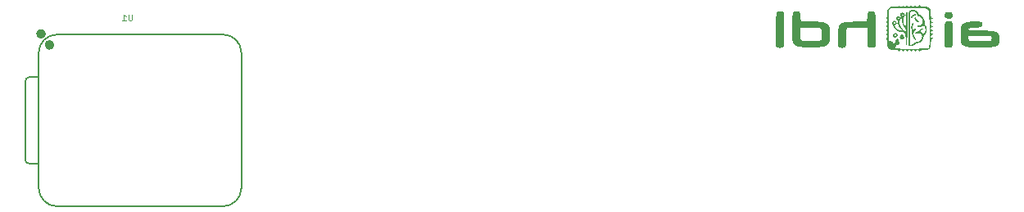
<source format=gbr>
%TF.GenerationSoftware,KiCad,Pcbnew,8.0.5*%
%TF.CreationDate,2024-10-28T21:30:14-07:00*%
%TF.ProjectId,PRISM Macro Pad,50524953-4d20-44d6-9163-726f20506164,rev?*%
%TF.SameCoordinates,Original*%
%TF.FileFunction,Legend,Bot*%
%TF.FilePolarity,Positive*%
%FSLAX46Y46*%
G04 Gerber Fmt 4.6, Leading zero omitted, Abs format (unit mm)*
G04 Created by KiCad (PCBNEW 8.0.5) date 2024-10-28 21:30:14*
%MOMM*%
%LPD*%
G01*
G04 APERTURE LIST*
%ADD10C,0.000000*%
%ADD11C,0.101600*%
%ADD12C,0.127000*%
%ADD13C,0.100000*%
%ADD14C,0.504000*%
G04 APERTURE END LIST*
D10*
G36*
X204415133Y-73891189D02*
G01*
X204417196Y-73953935D01*
X204416449Y-74016680D01*
X204412869Y-74078868D01*
X204406437Y-74139939D01*
X204397132Y-74199336D01*
X204384933Y-74256500D01*
X204369819Y-74310874D01*
X204351770Y-74361900D01*
X204330766Y-74409018D01*
X204313286Y-74442512D01*
X204295106Y-74474234D01*
X204276021Y-74504229D01*
X204255828Y-74532545D01*
X204234322Y-74559229D01*
X204211300Y-74584325D01*
X204186557Y-74607882D01*
X204159889Y-74629945D01*
X204131092Y-74650561D01*
X204099962Y-74669777D01*
X204066294Y-74687639D01*
X204029885Y-74704194D01*
X203990530Y-74719487D01*
X203948026Y-74733567D01*
X203902168Y-74746478D01*
X203852752Y-74758268D01*
X203799574Y-74768983D01*
X203742430Y-74778670D01*
X203681115Y-74787375D01*
X203615426Y-74795144D01*
X203545159Y-74802025D01*
X203470109Y-74808063D01*
X203390072Y-74813306D01*
X203304844Y-74817799D01*
X203117999Y-74824724D01*
X202907941Y-74829209D01*
X202673037Y-74831628D01*
X202411655Y-74832351D01*
X202015758Y-74831208D01*
X201698492Y-74827170D01*
X201447868Y-74819329D01*
X201251898Y-74806775D01*
X201098591Y-74788599D01*
X201034190Y-74777118D01*
X200975959Y-74763890D01*
X200922400Y-74748803D01*
X200872014Y-74731741D01*
X200774765Y-74691240D01*
X200709708Y-74661008D01*
X200679903Y-74645792D01*
X200651844Y-74630290D01*
X200625481Y-74614338D01*
X200600761Y-74597773D01*
X200577632Y-74580430D01*
X200556043Y-74562146D01*
X200535943Y-74542755D01*
X200517279Y-74522095D01*
X200500000Y-74500000D01*
X200484055Y-74476308D01*
X200469391Y-74450853D01*
X200455957Y-74423472D01*
X200443701Y-74394001D01*
X200432571Y-74362275D01*
X200422517Y-74328131D01*
X200413486Y-74291404D01*
X200405426Y-74251931D01*
X200398286Y-74209547D01*
X200392014Y-74164088D01*
X200386559Y-74115391D01*
X200381868Y-74063291D01*
X200377891Y-74007623D01*
X200371869Y-73884931D01*
X200368079Y-73746003D01*
X200366655Y-73632907D01*
X201176932Y-73632907D01*
X201176932Y-73830462D01*
X201178149Y-73890393D01*
X201179921Y-73917759D01*
X201182693Y-73943462D01*
X201186633Y-73967551D01*
X201191908Y-73990081D01*
X201198688Y-74011101D01*
X201207139Y-74030664D01*
X201217430Y-74048821D01*
X201229729Y-74065625D01*
X201244203Y-74081126D01*
X201261020Y-74095377D01*
X201280350Y-74108428D01*
X201302358Y-74120333D01*
X201327214Y-74131142D01*
X201355085Y-74140907D01*
X201386140Y-74149680D01*
X201420546Y-74157512D01*
X201458470Y-74164456D01*
X201500082Y-74170562D01*
X201545550Y-74175883D01*
X201595040Y-74180471D01*
X201648721Y-74184376D01*
X201706761Y-74187650D01*
X201836589Y-74192515D01*
X201985869Y-74195477D01*
X202155943Y-74196952D01*
X202348155Y-74197352D01*
X202745581Y-74193714D01*
X203088106Y-74184122D01*
X203227412Y-74177714D01*
X203339350Y-74170562D01*
X203419373Y-74162914D01*
X203462932Y-74155018D01*
X203473307Y-74150198D01*
X203483257Y-74143741D01*
X203492770Y-74135746D01*
X203501835Y-74126314D01*
X203510439Y-74115543D01*
X203518573Y-74103533D01*
X203526223Y-74090384D01*
X203533378Y-74076194D01*
X203540027Y-74061065D01*
X203546157Y-74045094D01*
X203556818Y-74011027D01*
X203565267Y-73974790D01*
X203571412Y-73937178D01*
X203575158Y-73898987D01*
X203576414Y-73861014D01*
X203575086Y-73824053D01*
X203571081Y-73788901D01*
X203568045Y-73772252D01*
X203564306Y-73756353D01*
X203559851Y-73741305D01*
X203554668Y-73727206D01*
X203548747Y-73714156D01*
X203542075Y-73702255D01*
X203534640Y-73691602D01*
X203526432Y-73682296D01*
X203522931Y-73679671D01*
X203516450Y-73677090D01*
X203494861Y-73672071D01*
X203462297Y-73667258D01*
X203419386Y-73662672D01*
X203305051Y-73654266D01*
X203156898Y-73647018D01*
X202979971Y-73641092D01*
X202779315Y-73636655D01*
X202559973Y-73633871D01*
X202326988Y-73632907D01*
X201176932Y-73632907D01*
X200366655Y-73632907D01*
X200366109Y-73589525D01*
X200365544Y-73414185D01*
X200366687Y-73192183D01*
X200370725Y-73014002D01*
X200378566Y-72873194D01*
X200384197Y-72814790D01*
X200391120Y-72763310D01*
X200399448Y-72717948D01*
X200409296Y-72677899D01*
X200420777Y-72642356D01*
X200434004Y-72610513D01*
X200449092Y-72581564D01*
X200466154Y-72554702D01*
X200485304Y-72529123D01*
X200506655Y-72504018D01*
X200552473Y-72455873D01*
X200576118Y-72433367D01*
X200600348Y-72411883D01*
X200625234Y-72391400D01*
X200650847Y-72371902D01*
X200677260Y-72353371D01*
X200704541Y-72335787D01*
X200732763Y-72319134D01*
X200761997Y-72303393D01*
X200792313Y-72288546D01*
X200823783Y-72274575D01*
X200856477Y-72261461D01*
X200890468Y-72249188D01*
X200925825Y-72237736D01*
X200962620Y-72227088D01*
X201000924Y-72217225D01*
X201040808Y-72208129D01*
X201125600Y-72192168D01*
X201217566Y-72179059D01*
X201317272Y-72168659D01*
X201425288Y-72160821D01*
X201542181Y-72155402D01*
X201668521Y-72152257D01*
X201804877Y-72151240D01*
X202017949Y-72152095D01*
X202185215Y-72155430D01*
X202253687Y-72158389D01*
X202313125Y-72162402D01*
X202364336Y-72167615D01*
X202408127Y-72174171D01*
X202445303Y-72182215D01*
X202476670Y-72191892D01*
X202503036Y-72203347D01*
X202525205Y-72216725D01*
X202543984Y-72232169D01*
X202560180Y-72249825D01*
X202574597Y-72269838D01*
X202588043Y-72292351D01*
X202597886Y-72311529D01*
X202606263Y-72330678D01*
X202613195Y-72349770D01*
X202618705Y-72368777D01*
X202622814Y-72387671D01*
X202625545Y-72406422D01*
X202626919Y-72425003D01*
X202626959Y-72443384D01*
X202625687Y-72461539D01*
X202623123Y-72479437D01*
X202619291Y-72497052D01*
X202614212Y-72514353D01*
X202607909Y-72531314D01*
X202600403Y-72547905D01*
X202591716Y-72564098D01*
X202581870Y-72579865D01*
X202570887Y-72595177D01*
X202558789Y-72610006D01*
X202545599Y-72624324D01*
X202531337Y-72638101D01*
X202516027Y-72651310D01*
X202499689Y-72663922D01*
X202482346Y-72675909D01*
X202464020Y-72687242D01*
X202444733Y-72697893D01*
X202424506Y-72707833D01*
X202403363Y-72717035D01*
X202381324Y-72725469D01*
X202358412Y-72733107D01*
X202334648Y-72739921D01*
X202310055Y-72745882D01*
X202284655Y-72750963D01*
X202231876Y-72758886D01*
X202165372Y-72766727D01*
X202087953Y-72774403D01*
X202002432Y-72781831D01*
X201818327Y-72795611D01*
X201635544Y-72807407D01*
X201576059Y-72809067D01*
X201521814Y-72811431D01*
X201472592Y-72814538D01*
X201428176Y-72818431D01*
X201388349Y-72823151D01*
X201352894Y-72828739D01*
X201321594Y-72835236D01*
X201294231Y-72842685D01*
X201270589Y-72851125D01*
X201250451Y-72860599D01*
X201233599Y-72871148D01*
X201219817Y-72882813D01*
X201208887Y-72895636D01*
X201200593Y-72909657D01*
X201194718Y-72924919D01*
X201191044Y-72941463D01*
X201189542Y-72951119D01*
X201189183Y-72955751D01*
X201189115Y-72960256D01*
X201189356Y-72964635D01*
X201189928Y-72968891D01*
X201190851Y-72973027D01*
X201192146Y-72977044D01*
X201193834Y-72980944D01*
X201195936Y-72984731D01*
X201198471Y-72988406D01*
X201201462Y-72991971D01*
X201204927Y-72995429D01*
X201208889Y-72998783D01*
X201213368Y-73002033D01*
X201218384Y-73005183D01*
X201223958Y-73008235D01*
X201230111Y-73011191D01*
X201236864Y-73014053D01*
X201244236Y-73016824D01*
X201252249Y-73019506D01*
X201260924Y-73022101D01*
X201280341Y-73027039D01*
X201302651Y-73031656D01*
X201328021Y-73035972D01*
X201356615Y-73040003D01*
X201388599Y-73043768D01*
X201424139Y-73047285D01*
X201463399Y-73050572D01*
X201506546Y-73053647D01*
X201553743Y-73056529D01*
X201605158Y-73059234D01*
X201660955Y-73061782D01*
X201721299Y-73064191D01*
X201786356Y-73066478D01*
X201931271Y-73070760D01*
X202097021Y-73074774D01*
X202284930Y-73078664D01*
X202496321Y-73082574D01*
X202982590Y-73094384D01*
X203366249Y-73110906D01*
X203524123Y-73121994D01*
X203661770Y-73135532D01*
X203780999Y-73151942D01*
X203883620Y-73171650D01*
X203971441Y-73195078D01*
X204046270Y-73222651D01*
X204109916Y-73254792D01*
X204164189Y-73291925D01*
X204210895Y-73334474D01*
X204251846Y-73382862D01*
X204288848Y-73437513D01*
X204323710Y-73498852D01*
X204344873Y-73545970D01*
X204363370Y-73596995D01*
X204379180Y-73651369D01*
X204392281Y-73708534D01*
X204402655Y-73767931D01*
X204410279Y-73829002D01*
X204412777Y-73861014D01*
X204415133Y-73891189D01*
G37*
G36*
X199186177Y-72089463D02*
G01*
X199229294Y-72094002D01*
X199271822Y-72101300D01*
X199313317Y-72111368D01*
X199353333Y-72124217D01*
X199372648Y-72131687D01*
X199391427Y-72139856D01*
X199409614Y-72148725D01*
X199427154Y-72158296D01*
X199437451Y-72164503D01*
X199447184Y-72171322D01*
X199456370Y-72178911D01*
X199465023Y-72187428D01*
X199473159Y-72197029D01*
X199480795Y-72207874D01*
X199487944Y-72220119D01*
X199494623Y-72233923D01*
X199500848Y-72249441D01*
X199506633Y-72266834D01*
X199511994Y-72286257D01*
X199516947Y-72307868D01*
X199521508Y-72331826D01*
X199525691Y-72358287D01*
X199529512Y-72387410D01*
X199532988Y-72419351D01*
X199536132Y-72454270D01*
X199538962Y-72492322D01*
X199541491Y-72533666D01*
X199543736Y-72578460D01*
X199547437Y-72679026D01*
X199550186Y-72795280D01*
X199552108Y-72928485D01*
X199553328Y-73079900D01*
X199553968Y-73250787D01*
X199554154Y-73442407D01*
X199549304Y-73921082D01*
X199536516Y-74324351D01*
X199527972Y-74484893D01*
X199518436Y-74611204D01*
X199508238Y-74698158D01*
X199502995Y-74725274D01*
X199497710Y-74740629D01*
X199487799Y-74754188D01*
X199476631Y-74767077D01*
X199464272Y-74779289D01*
X199450788Y-74790817D01*
X199436244Y-74801653D01*
X199420707Y-74811788D01*
X199404242Y-74821215D01*
X199386916Y-74829926D01*
X199368793Y-74837914D01*
X199349941Y-74845171D01*
X199330425Y-74851688D01*
X199310311Y-74857459D01*
X199268551Y-74866730D01*
X199225189Y-74872921D01*
X199180753Y-74875970D01*
X199135768Y-74875815D01*
X199090763Y-74872394D01*
X199068418Y-74869439D01*
X199046265Y-74865645D01*
X199024370Y-74861003D01*
X199002800Y-74855506D01*
X198981619Y-74849146D01*
X198960895Y-74841915D01*
X198940693Y-74833806D01*
X198921079Y-74824810D01*
X198902118Y-74814921D01*
X198883877Y-74804129D01*
X198707488Y-74691240D01*
X198707488Y-73491796D01*
X198708577Y-73156175D01*
X198712229Y-72885128D01*
X198719022Y-72671133D01*
X198729537Y-72506664D01*
X198744350Y-72384198D01*
X198753550Y-72336364D01*
X198764042Y-72296210D01*
X198775899Y-72262794D01*
X198789192Y-72235177D01*
X198803993Y-72212416D01*
X198820376Y-72193574D01*
X198832149Y-72181998D01*
X198844942Y-72171086D01*
X198858698Y-72160837D01*
X198873362Y-72151254D01*
X198888879Y-72142337D01*
X198905193Y-72134089D01*
X198922249Y-72126509D01*
X198939990Y-72119600D01*
X198977309Y-72107799D01*
X199016706Y-72098696D01*
X199057735Y-72092300D01*
X199099953Y-72088622D01*
X199142915Y-72087673D01*
X199186177Y-72089463D01*
G37*
G36*
X199176107Y-71163969D02*
G01*
X199211547Y-71165530D01*
X199244382Y-71168206D01*
X199274799Y-71172062D01*
X199302983Y-71177157D01*
X199329121Y-71183554D01*
X199353398Y-71191316D01*
X199376002Y-71200504D01*
X199397117Y-71211181D01*
X199416929Y-71223407D01*
X199435626Y-71237246D01*
X199453392Y-71252759D01*
X199470415Y-71270009D01*
X199486879Y-71289057D01*
X199502971Y-71309965D01*
X199518877Y-71332796D01*
X199537642Y-71363809D01*
X199552994Y-71394618D01*
X199565033Y-71425143D01*
X199573861Y-71455303D01*
X199579577Y-71485019D01*
X199582284Y-71514211D01*
X199582081Y-71542798D01*
X199579070Y-71570700D01*
X199573350Y-71597838D01*
X199565024Y-71624130D01*
X199554191Y-71649498D01*
X199540953Y-71673860D01*
X199525410Y-71697138D01*
X199507663Y-71719249D01*
X199487813Y-71740116D01*
X199465960Y-71759657D01*
X199442206Y-71777792D01*
X199416650Y-71794442D01*
X199389395Y-71809526D01*
X199360540Y-71822964D01*
X199330187Y-71834676D01*
X199298435Y-71844582D01*
X199265387Y-71852602D01*
X199231142Y-71858655D01*
X199195802Y-71862662D01*
X199159467Y-71864543D01*
X199122238Y-71864217D01*
X199084216Y-71861604D01*
X199045501Y-71856625D01*
X199006195Y-71849198D01*
X198966397Y-71839245D01*
X198926210Y-71826685D01*
X198903138Y-71817087D01*
X198881534Y-71806786D01*
X198861377Y-71795741D01*
X198842646Y-71783910D01*
X198825320Y-71771253D01*
X198817178Y-71764602D01*
X198809380Y-71757728D01*
X198801922Y-71750627D01*
X198794804Y-71743293D01*
X198788021Y-71735721D01*
X198781571Y-71727907D01*
X198775452Y-71719845D01*
X198769661Y-71711529D01*
X198764196Y-71702955D01*
X198759054Y-71694117D01*
X198754232Y-71685011D01*
X198749728Y-71675631D01*
X198745539Y-71665972D01*
X198741663Y-71656029D01*
X198738097Y-71645796D01*
X198734838Y-71635268D01*
X198729233Y-71613309D01*
X198724827Y-71590110D01*
X198721599Y-71565629D01*
X198718788Y-71540266D01*
X198716972Y-71515767D01*
X198716153Y-71492128D01*
X198716335Y-71469346D01*
X198717519Y-71447416D01*
X198719707Y-71426335D01*
X198722904Y-71406099D01*
X198727111Y-71386705D01*
X198732331Y-71368147D01*
X198738566Y-71350423D01*
X198745819Y-71333528D01*
X198754093Y-71317458D01*
X198763390Y-71302210D01*
X198773713Y-71287780D01*
X198785064Y-71274164D01*
X198797446Y-71261358D01*
X198810862Y-71249358D01*
X198825313Y-71238161D01*
X198840804Y-71227762D01*
X198857336Y-71218157D01*
X198874911Y-71209343D01*
X198893533Y-71201315D01*
X198913204Y-71194071D01*
X198933927Y-71187606D01*
X198955704Y-71181916D01*
X198978538Y-71176997D01*
X199002431Y-71172845D01*
X199027386Y-71169457D01*
X199053405Y-71166829D01*
X199080492Y-71164956D01*
X199137877Y-71163463D01*
X199176107Y-71163969D01*
G37*
G36*
X181796686Y-71091846D02*
G01*
X181849514Y-71098400D01*
X181874931Y-71103149D01*
X181899501Y-71108892D01*
X181923089Y-71115637D01*
X181945560Y-71123394D01*
X181966778Y-71132172D01*
X181986607Y-71141979D01*
X182004911Y-71152825D01*
X182021555Y-71164718D01*
X182036404Y-71177669D01*
X182049321Y-71191685D01*
X182054509Y-71199070D01*
X182059491Y-71209344D01*
X182068834Y-71238703D01*
X182077350Y-71280051D01*
X182085039Y-71333678D01*
X182091902Y-71399872D01*
X182097938Y-71478923D01*
X182103147Y-71571121D01*
X182107529Y-71676754D01*
X182113813Y-71929486D01*
X182116789Y-72239435D01*
X182116458Y-72608914D01*
X182112820Y-73040240D01*
X182091655Y-74790018D01*
X181865877Y-74853518D01*
X181833763Y-74863273D01*
X181803437Y-74871364D01*
X181774704Y-74877780D01*
X181747365Y-74882512D01*
X181721225Y-74885549D01*
X181696088Y-74886881D01*
X181671757Y-74886496D01*
X181648036Y-74884386D01*
X181624728Y-74880540D01*
X181601638Y-74874947D01*
X181578568Y-74867597D01*
X181555322Y-74858479D01*
X181531704Y-74847584D01*
X181507518Y-74834901D01*
X181482567Y-74820419D01*
X181456654Y-74804129D01*
X181280266Y-74691240D01*
X181280266Y-73026129D01*
X181285337Y-72331267D01*
X181299668Y-71779942D01*
X181309893Y-71567407D01*
X181321937Y-71401918D01*
X181335635Y-71287197D01*
X181343052Y-71250036D01*
X181350821Y-71226963D01*
X181360534Y-71212143D01*
X181372385Y-71198119D01*
X181386239Y-71184897D01*
X181401960Y-71172489D01*
X181419412Y-71160902D01*
X181438459Y-71150146D01*
X181458966Y-71140229D01*
X181480798Y-71131161D01*
X181503817Y-71122951D01*
X181527890Y-71115608D01*
X181578652Y-71103559D01*
X181631998Y-71095086D01*
X181686842Y-71090261D01*
X181742100Y-71089157D01*
X181796686Y-71091846D01*
G37*
G36*
X186853245Y-73733104D02*
G01*
X186849524Y-73917665D01*
X186846145Y-73993972D01*
X186841504Y-74061050D01*
X186835416Y-74119963D01*
X186827696Y-74171775D01*
X186818156Y-74217552D01*
X186806612Y-74258357D01*
X186792876Y-74295256D01*
X186776764Y-74329312D01*
X186758088Y-74361591D01*
X186736663Y-74393157D01*
X186712303Y-74425074D01*
X186684822Y-74458407D01*
X186660718Y-74486172D01*
X186635943Y-74512603D01*
X186610361Y-74537730D01*
X186583839Y-74561581D01*
X186556242Y-74584186D01*
X186527436Y-74605576D01*
X186497286Y-74625780D01*
X186465658Y-74644828D01*
X186432418Y-74662749D01*
X186397432Y-74679574D01*
X186360564Y-74695331D01*
X186321681Y-74710051D01*
X186280648Y-74723763D01*
X186237331Y-74736497D01*
X186191596Y-74748283D01*
X186143308Y-74759150D01*
X186092332Y-74769129D01*
X186038535Y-74778248D01*
X185981783Y-74786538D01*
X185921939Y-74794028D01*
X185792445Y-74806729D01*
X185648978Y-74816587D01*
X185490462Y-74823840D01*
X185315823Y-74828727D01*
X185123986Y-74831485D01*
X184913876Y-74832351D01*
X184511930Y-74828727D01*
X184178776Y-74816587D01*
X184035308Y-74806729D01*
X183905814Y-74794028D01*
X183789218Y-74778248D01*
X183684446Y-74759150D01*
X183590423Y-74736497D01*
X183506073Y-74710051D01*
X183430322Y-74679574D01*
X183362096Y-74644828D01*
X183300318Y-74605576D01*
X183243915Y-74561581D01*
X183191811Y-74512603D01*
X183142932Y-74458407D01*
X183113125Y-74423110D01*
X183099632Y-74406315D01*
X183087039Y-74389684D01*
X183075314Y-74372914D01*
X183064425Y-74355700D01*
X183054343Y-74337740D01*
X183045036Y-74318729D01*
X183036474Y-74298364D01*
X183028624Y-74276342D01*
X183021457Y-74252359D01*
X183014940Y-74226111D01*
X183009044Y-74197295D01*
X183003737Y-74165607D01*
X182998988Y-74130743D01*
X182994766Y-74092400D01*
X182991040Y-74050274D01*
X182987779Y-74004063D01*
X182984952Y-73953461D01*
X182982529Y-73898165D01*
X182980477Y-73837873D01*
X182978767Y-73772280D01*
X182976245Y-73623977D01*
X182974715Y-73450828D01*
X182973930Y-73250405D01*
X182973618Y-72786240D01*
X183820265Y-72786240D01*
X183820265Y-73421240D01*
X183820913Y-73627216D01*
X183824124Y-73784491D01*
X183827285Y-73847218D01*
X183831800Y-73900591D01*
X183837906Y-73945551D01*
X183845842Y-73983039D01*
X183855845Y-74013995D01*
X183868153Y-74039359D01*
X183883003Y-74060073D01*
X183900634Y-74077076D01*
X183921282Y-74091310D01*
X183945186Y-74103714D01*
X183972583Y-74115229D01*
X184003711Y-74126796D01*
X184059966Y-74142919D01*
X184139227Y-74156892D01*
X184238208Y-74168716D01*
X184353622Y-74178390D01*
X184620603Y-74191288D01*
X184913877Y-74195588D01*
X185207151Y-74191288D01*
X185474132Y-74178390D01*
X185589546Y-74168716D01*
X185688527Y-74156892D01*
X185767788Y-74142919D01*
X185824043Y-74126796D01*
X185855171Y-74115171D01*
X185869321Y-74109419D01*
X185882568Y-74103576D01*
X185894942Y-74097542D01*
X185906472Y-74091217D01*
X185917188Y-74084502D01*
X185927120Y-74077297D01*
X185936298Y-74069503D01*
X185944751Y-74061020D01*
X185952508Y-74051750D01*
X185959601Y-74041592D01*
X185966057Y-74030447D01*
X185971908Y-74018215D01*
X185977183Y-74004798D01*
X185981911Y-73990095D01*
X185986122Y-73974007D01*
X185989847Y-73956434D01*
X185993114Y-73937278D01*
X185995953Y-73916438D01*
X185998395Y-73893816D01*
X186000468Y-73869311D01*
X186002203Y-73842825D01*
X186003629Y-73814257D01*
X186005674Y-73750480D01*
X186006840Y-73677183D01*
X186007365Y-73593573D01*
X186007487Y-73498852D01*
X186006371Y-73340184D01*
X186002526Y-73211117D01*
X185999348Y-73156598D01*
X185995209Y-73108178D01*
X185990015Y-73065421D01*
X185983675Y-73027893D01*
X185976094Y-72995161D01*
X185967180Y-72966791D01*
X185956839Y-72942348D01*
X185944979Y-72921398D01*
X185931507Y-72903508D01*
X185916330Y-72888243D01*
X185899354Y-72875168D01*
X185880487Y-72863851D01*
X185863632Y-72856003D01*
X185837258Y-72848362D01*
X185801934Y-72840969D01*
X185758228Y-72833865D01*
X185706708Y-72827092D01*
X185647943Y-72820691D01*
X185510953Y-72809171D01*
X185351803Y-72799635D01*
X185175042Y-72792414D01*
X184985217Y-72787839D01*
X184786876Y-72786240D01*
X183820265Y-72786240D01*
X182973618Y-72786240D01*
X182973599Y-72758018D01*
X182977898Y-72067566D01*
X182983645Y-71803410D01*
X182992119Y-71589442D01*
X183003571Y-71422768D01*
X183018246Y-71300494D01*
X183026871Y-71255104D01*
X183036395Y-71219728D01*
X183046849Y-71194005D01*
X183058264Y-71177573D01*
X183069879Y-71167341D01*
X183083467Y-71157809D01*
X183098892Y-71148974D01*
X183116018Y-71140835D01*
X183154832Y-71126631D01*
X183198824Y-71115176D01*
X183246909Y-71106450D01*
X183298002Y-71100431D01*
X183351017Y-71097100D01*
X183404869Y-71096435D01*
X183458473Y-71098416D01*
X183510744Y-71103022D01*
X183560596Y-71110232D01*
X183606945Y-71120027D01*
X183648705Y-71132384D01*
X183667525Y-71139518D01*
X183684790Y-71147284D01*
X183700366Y-71155681D01*
X183714117Y-71164706D01*
X183725906Y-71174356D01*
X183735599Y-71184629D01*
X183739567Y-71189791D01*
X183743529Y-71195993D01*
X183751419Y-71211377D01*
X183759225Y-71230502D01*
X183766908Y-71253090D01*
X183774425Y-71278861D01*
X183781736Y-71307536D01*
X183788798Y-71338837D01*
X183795571Y-71372483D01*
X183802013Y-71408197D01*
X183808083Y-71445698D01*
X183813740Y-71484709D01*
X183818942Y-71524949D01*
X183823648Y-71566141D01*
X183827816Y-71608004D01*
X183831405Y-71650260D01*
X183834375Y-71692629D01*
X183855543Y-72115963D01*
X185054988Y-72151240D01*
X185478114Y-72165034D01*
X185810042Y-72182219D01*
X185946380Y-72193141D01*
X186065406Y-72206183D01*
X186168950Y-72221767D01*
X186258841Y-72240317D01*
X186336909Y-72262257D01*
X186404982Y-72288011D01*
X186464891Y-72318002D01*
X186518464Y-72352654D01*
X186567530Y-72392392D01*
X186613920Y-72437638D01*
X186659463Y-72488817D01*
X186705987Y-72546351D01*
X186728580Y-72576427D01*
X186748817Y-72606379D01*
X186758090Y-72621579D01*
X186766821Y-72637075D01*
X186775024Y-72652973D01*
X186782716Y-72669383D01*
X186789912Y-72686413D01*
X186796628Y-72704171D01*
X186802878Y-72722767D01*
X186808679Y-72742308D01*
X186814045Y-72762904D01*
X186818993Y-72784662D01*
X186823538Y-72807692D01*
X186827696Y-72832101D01*
X186831481Y-72857999D01*
X186834910Y-72885493D01*
X186840760Y-72945707D01*
X186845369Y-73013610D01*
X186848863Y-73090070D01*
X186851364Y-73175956D01*
X186852997Y-73272137D01*
X186853886Y-73379479D01*
X186854155Y-73498852D01*
X186853245Y-73733104D01*
G37*
G36*
X191175682Y-71092025D02*
G01*
X191230235Y-71097425D01*
X191283362Y-71106288D01*
X191333967Y-71118519D01*
X191380955Y-71134028D01*
X191402750Y-71142981D01*
X191423230Y-71152719D01*
X191442258Y-71163229D01*
X191459696Y-71174501D01*
X191475409Y-71186521D01*
X191489259Y-71199280D01*
X191501108Y-71212764D01*
X191510821Y-71226963D01*
X191518590Y-71250036D01*
X191526007Y-71287197D01*
X191533052Y-71337979D01*
X191539705Y-71401918D01*
X191551749Y-71567407D01*
X191561974Y-71779942D01*
X191570214Y-72035802D01*
X191576305Y-72331267D01*
X191580081Y-72662616D01*
X191581377Y-73026129D01*
X191581377Y-74691240D01*
X191404988Y-74804129D01*
X191386747Y-74814921D01*
X191367786Y-74824810D01*
X191348172Y-74833806D01*
X191327969Y-74841915D01*
X191286065Y-74855506D01*
X191242600Y-74865645D01*
X191198101Y-74872394D01*
X191153096Y-74875815D01*
X191108112Y-74875970D01*
X191063675Y-74872921D01*
X191020314Y-74866730D01*
X190978554Y-74857459D01*
X190938923Y-74845171D01*
X190901949Y-74829926D01*
X190884622Y-74821215D01*
X190868157Y-74811788D01*
X190852620Y-74801653D01*
X190838077Y-74790817D01*
X190824592Y-74779289D01*
X190812233Y-74767077D01*
X190801065Y-74754188D01*
X190791154Y-74740629D01*
X190785870Y-74726659D01*
X190780626Y-74703615D01*
X190775465Y-74672013D01*
X190770429Y-74632370D01*
X190760893Y-74531030D01*
X190752349Y-74403726D01*
X190745128Y-74254595D01*
X190739561Y-74087770D01*
X190735978Y-73907384D01*
X190734711Y-73717573D01*
X190734711Y-72786240D01*
X189753987Y-72786240D01*
X189362845Y-72789878D01*
X189027265Y-72799469D01*
X188891060Y-72805877D01*
X188781644Y-72813029D01*
X188703316Y-72820677D01*
X188660376Y-72828574D01*
X188651982Y-72832247D01*
X188643993Y-72836713D01*
X188636399Y-72842059D01*
X188629191Y-72848376D01*
X188622361Y-72855752D01*
X188615899Y-72864277D01*
X188609796Y-72874039D01*
X188604043Y-72885128D01*
X188598631Y-72897633D01*
X188593551Y-72911643D01*
X188588794Y-72927248D01*
X188584351Y-72944535D01*
X188580212Y-72963596D01*
X188576370Y-72984518D01*
X188572815Y-73007390D01*
X188569537Y-73032303D01*
X188566528Y-73059344D01*
X188563778Y-73088604D01*
X188561280Y-73120171D01*
X188559023Y-73154135D01*
X188555197Y-73229609D01*
X188552229Y-73315738D01*
X188550046Y-73413236D01*
X188548577Y-73522815D01*
X188547748Y-73645190D01*
X188547488Y-73781074D01*
X188547144Y-74077669D01*
X188544732Y-74303075D01*
X188542105Y-74392673D01*
X188538187Y-74468784D01*
X188532717Y-74532844D01*
X188525440Y-74586289D01*
X188516095Y-74630557D01*
X188504425Y-74667083D01*
X188490171Y-74697305D01*
X188473074Y-74722660D01*
X188452878Y-74744582D01*
X188429322Y-74764511D01*
X188371100Y-74804129D01*
X188345187Y-74820419D01*
X188320236Y-74834901D01*
X188296050Y-74847584D01*
X188272432Y-74858479D01*
X188249186Y-74867597D01*
X188226116Y-74874947D01*
X188203025Y-74880540D01*
X188179717Y-74884386D01*
X188155996Y-74886496D01*
X188131665Y-74886881D01*
X188106528Y-74885549D01*
X188080388Y-74882512D01*
X188053050Y-74877780D01*
X188024316Y-74871364D01*
X187993991Y-74863273D01*
X187961877Y-74853518D01*
X187736099Y-74790018D01*
X187714932Y-73774018D01*
X187710640Y-73501701D01*
X187710027Y-73262683D01*
X187715615Y-73054713D01*
X187729926Y-72875537D01*
X187741140Y-72796043D01*
X187755481Y-72722902D01*
X187773264Y-72655834D01*
X187794804Y-72594555D01*
X187820415Y-72538786D01*
X187850414Y-72488243D01*
X187885116Y-72442646D01*
X187924835Y-72401713D01*
X187969888Y-72365161D01*
X188020588Y-72332711D01*
X188077252Y-72304079D01*
X188140195Y-72278984D01*
X188209732Y-72257146D01*
X188286177Y-72238281D01*
X188369848Y-72222108D01*
X188461057Y-72208346D01*
X188667356Y-72186928D01*
X188907597Y-72171773D01*
X189499988Y-72151240D01*
X190699432Y-72115963D01*
X190720599Y-71692629D01*
X190727159Y-71608004D01*
X190736033Y-71524949D01*
X190746892Y-71445698D01*
X190759405Y-71372483D01*
X190773240Y-71307536D01*
X190780551Y-71278861D01*
X190788068Y-71253090D01*
X190795750Y-71230502D01*
X190803557Y-71211377D01*
X190811446Y-71195993D01*
X190819377Y-71184629D01*
X190831653Y-71171274D01*
X190845901Y-71158982D01*
X190861983Y-71147742D01*
X190879762Y-71137541D01*
X190899103Y-71128369D01*
X190919867Y-71120214D01*
X190941917Y-71113064D01*
X190965118Y-71106908D01*
X191014421Y-71097528D01*
X191066679Y-71091983D01*
X191120798Y-71090180D01*
X191175682Y-71092025D01*
G37*
G36*
X194308492Y-73491110D02*
G01*
X194323815Y-73492828D01*
X194339107Y-73495985D01*
X194354305Y-73500610D01*
X194369349Y-73506730D01*
X194384179Y-73514375D01*
X194398734Y-73523573D01*
X194412953Y-73534353D01*
X194426776Y-73546742D01*
X194440141Y-73560769D01*
X194452988Y-73576462D01*
X194463179Y-73591254D01*
X194472587Y-73606488D01*
X194481215Y-73622113D01*
X194489065Y-73638075D01*
X194496140Y-73654321D01*
X194502442Y-73670798D01*
X194512740Y-73704234D01*
X194519978Y-73737960D01*
X194524178Y-73771551D01*
X194525359Y-73804585D01*
X194523544Y-73836636D01*
X194521519Y-73852161D01*
X194518752Y-73867282D01*
X194515246Y-73881945D01*
X194511004Y-73896099D01*
X194506028Y-73909688D01*
X194500320Y-73922662D01*
X194493885Y-73934966D01*
X194486723Y-73946549D01*
X194478837Y-73957356D01*
X194470231Y-73967334D01*
X194460906Y-73976432D01*
X194450866Y-73984596D01*
X194440113Y-73991773D01*
X194428649Y-73997910D01*
X194416477Y-74002953D01*
X194403599Y-74006851D01*
X194387170Y-74011009D01*
X194370966Y-74014232D01*
X194355007Y-74016539D01*
X194339314Y-74017945D01*
X194323905Y-74018467D01*
X194308799Y-74018122D01*
X194294016Y-74016927D01*
X194279576Y-74014899D01*
X194265497Y-74012055D01*
X194251800Y-74008410D01*
X194238503Y-74003983D01*
X194225626Y-73998790D01*
X194213188Y-73992847D01*
X194201208Y-73986172D01*
X194189707Y-73978781D01*
X194178703Y-73970692D01*
X194168216Y-73961920D01*
X194158265Y-73952483D01*
X194148870Y-73942397D01*
X194140049Y-73931679D01*
X194131823Y-73920347D01*
X194124210Y-73908416D01*
X194117231Y-73895904D01*
X194110904Y-73882828D01*
X194105248Y-73869204D01*
X194100284Y-73855048D01*
X194096031Y-73840379D01*
X194092507Y-73825212D01*
X194089733Y-73809565D01*
X194087727Y-73793454D01*
X194086509Y-73776895D01*
X194086099Y-73759907D01*
X194086771Y-73737153D01*
X194088747Y-73715214D01*
X194091965Y-73694116D01*
X194096366Y-73673890D01*
X194101887Y-73654562D01*
X194108470Y-73636163D01*
X194116052Y-73618719D01*
X194124574Y-73602259D01*
X194133974Y-73586813D01*
X194144192Y-73572408D01*
X194155167Y-73559072D01*
X194166838Y-73546835D01*
X194179145Y-73535724D01*
X194192027Y-73525768D01*
X194205423Y-73516995D01*
X194219273Y-73509435D01*
X194233515Y-73503114D01*
X194248089Y-73498062D01*
X194262935Y-73494308D01*
X194277991Y-73491879D01*
X194293197Y-73490803D01*
X194308492Y-73491110D01*
G37*
G36*
X193851442Y-73568823D02*
G01*
X193849246Y-73587339D01*
X193845700Y-73605829D01*
X193840847Y-73624209D01*
X193834730Y-73642400D01*
X193827390Y-73660319D01*
X193818870Y-73677886D01*
X193809214Y-73695019D01*
X193798463Y-73711636D01*
X193786661Y-73727656D01*
X193773850Y-73742999D01*
X193760072Y-73757581D01*
X193745371Y-73771322D01*
X193729788Y-73784141D01*
X193713368Y-73795957D01*
X193696151Y-73806686D01*
X193678181Y-73816250D01*
X193659501Y-73824565D01*
X193640152Y-73831551D01*
X193620179Y-73837126D01*
X193599623Y-73841210D01*
X193578526Y-73843719D01*
X193556933Y-73844574D01*
X193545114Y-73843761D01*
X193533491Y-73841377D01*
X193522092Y-73837504D01*
X193510947Y-73832226D01*
X193500087Y-73825626D01*
X193489541Y-73817785D01*
X193479339Y-73808786D01*
X193469510Y-73798713D01*
X193460084Y-73787647D01*
X193451090Y-73775672D01*
X193442560Y-73762870D01*
X193434521Y-73749324D01*
X193427005Y-73735116D01*
X193420040Y-73720330D01*
X193413656Y-73705047D01*
X193407884Y-73689351D01*
X193402752Y-73673325D01*
X193398291Y-73657050D01*
X193394530Y-73640610D01*
X193391499Y-73624087D01*
X193389227Y-73607565D01*
X193387745Y-73591125D01*
X193387082Y-73574850D01*
X193387227Y-73562351D01*
X193556933Y-73562351D01*
X193557015Y-73565658D01*
X193557260Y-73568957D01*
X193557665Y-73572244D01*
X193558228Y-73575512D01*
X193558946Y-73578753D01*
X193559816Y-73581963D01*
X193560836Y-73585133D01*
X193562004Y-73588259D01*
X193563316Y-73591332D01*
X193564770Y-73594348D01*
X193566364Y-73597299D01*
X193568095Y-73600179D01*
X193569960Y-73602981D01*
X193571956Y-73605699D01*
X193574082Y-73608327D01*
X193576335Y-73610858D01*
X193578712Y-73613286D01*
X193581210Y-73615604D01*
X193583827Y-73617806D01*
X193586560Y-73619884D01*
X193589407Y-73621834D01*
X193592365Y-73623648D01*
X193595431Y-73625320D01*
X193598604Y-73626844D01*
X193601880Y-73628212D01*
X193605256Y-73629419D01*
X193608731Y-73630458D01*
X193612302Y-73631322D01*
X193615965Y-73632006D01*
X193619719Y-73632502D01*
X193623561Y-73632805D01*
X193627488Y-73632907D01*
X193630794Y-73632805D01*
X193634094Y-73632502D01*
X193637381Y-73632006D01*
X193640648Y-73631322D01*
X193643890Y-73630458D01*
X193647099Y-73629419D01*
X193650270Y-73628212D01*
X193653395Y-73626844D01*
X193656469Y-73625320D01*
X193659484Y-73623648D01*
X193662435Y-73621834D01*
X193665315Y-73619884D01*
X193668117Y-73617806D01*
X193670836Y-73615604D01*
X193673464Y-73613286D01*
X193675995Y-73610858D01*
X193678423Y-73608327D01*
X193680741Y-73605699D01*
X193682942Y-73602981D01*
X193685021Y-73600179D01*
X193686971Y-73597299D01*
X193688785Y-73594348D01*
X193690457Y-73591332D01*
X193691980Y-73588259D01*
X193693349Y-73585133D01*
X193694556Y-73581963D01*
X193695594Y-73578753D01*
X193696459Y-73575512D01*
X193697143Y-73572244D01*
X193697639Y-73568957D01*
X193697941Y-73565658D01*
X193698044Y-73562351D01*
X193697941Y-73558424D01*
X193697639Y-73554583D01*
X193697143Y-73550829D01*
X193696459Y-73547165D01*
X193695594Y-73543595D01*
X193694556Y-73540120D01*
X193693349Y-73536744D01*
X193691980Y-73533468D01*
X193690457Y-73530295D01*
X193688785Y-73527229D01*
X193686971Y-73524271D01*
X193685021Y-73521424D01*
X193682942Y-73518690D01*
X193680741Y-73516073D01*
X193678423Y-73513575D01*
X193675995Y-73511199D01*
X193673464Y-73508946D01*
X193670836Y-73506820D01*
X193668117Y-73504823D01*
X193665315Y-73502958D01*
X193662435Y-73501227D01*
X193659484Y-73499633D01*
X193656469Y-73498179D01*
X193653395Y-73496867D01*
X193650270Y-73495700D01*
X193647099Y-73494679D01*
X193643890Y-73493809D01*
X193640648Y-73493091D01*
X193637381Y-73492528D01*
X193634094Y-73492123D01*
X193630794Y-73491878D01*
X193627488Y-73491796D01*
X193623561Y-73491878D01*
X193619719Y-73492123D01*
X193615965Y-73492528D01*
X193612302Y-73493091D01*
X193608731Y-73493809D01*
X193605256Y-73494679D01*
X193601880Y-73495700D01*
X193598604Y-73496867D01*
X193595431Y-73498179D01*
X193592365Y-73499633D01*
X193589407Y-73501227D01*
X193586560Y-73502958D01*
X193583827Y-73504823D01*
X193581210Y-73506820D01*
X193578712Y-73508946D01*
X193576335Y-73511199D01*
X193574082Y-73513575D01*
X193571956Y-73516073D01*
X193569960Y-73518690D01*
X193568095Y-73521424D01*
X193566364Y-73524271D01*
X193564770Y-73527229D01*
X193563316Y-73530295D01*
X193562004Y-73533468D01*
X193560836Y-73536744D01*
X193559816Y-73540120D01*
X193558946Y-73543595D01*
X193558228Y-73547165D01*
X193557665Y-73550829D01*
X193557260Y-73554583D01*
X193557015Y-73558424D01*
X193556933Y-73562351D01*
X193387227Y-73562351D01*
X193387268Y-73558824D01*
X193388332Y-73543128D01*
X193390305Y-73527845D01*
X193393215Y-73513059D01*
X193397093Y-73498851D01*
X193401968Y-73485305D01*
X193407871Y-73472503D01*
X193414830Y-73460528D01*
X193422876Y-73449462D01*
X193431157Y-73439769D01*
X193440096Y-73430537D01*
X193449648Y-73421772D01*
X193459766Y-73413482D01*
X193470407Y-73405672D01*
X193481524Y-73398349D01*
X193493073Y-73391520D01*
X193505008Y-73385191D01*
X193517284Y-73379368D01*
X193529855Y-73374058D01*
X193555706Y-73365002D01*
X193582197Y-73358076D01*
X193608967Y-73353331D01*
X193635654Y-73350817D01*
X193661897Y-73350588D01*
X193674739Y-73351346D01*
X193687334Y-73352695D01*
X193699637Y-73354640D01*
X193711603Y-73357189D01*
X193723187Y-73360348D01*
X193734343Y-73364122D01*
X193745026Y-73368520D01*
X193755191Y-73373546D01*
X193764792Y-73379209D01*
X193773786Y-73385513D01*
X193782125Y-73392466D01*
X193789766Y-73400074D01*
X193803416Y-73414385D01*
X193815289Y-73429483D01*
X193825428Y-73445286D01*
X193833877Y-73461713D01*
X193840677Y-73478683D01*
X193845871Y-73496114D01*
X193849502Y-73513925D01*
X193851612Y-73532035D01*
X193852245Y-73550361D01*
X193851723Y-73562351D01*
X193851442Y-73568823D01*
G37*
G36*
X194604088Y-71480505D02*
G01*
X194603359Y-71495956D01*
X194601431Y-71511241D01*
X194598274Y-71526293D01*
X194593856Y-71541046D01*
X194588145Y-71555432D01*
X194581112Y-71569383D01*
X194572725Y-71582834D01*
X194562953Y-71595716D01*
X194551765Y-71607963D01*
X194541553Y-71620165D01*
X194532080Y-71635465D01*
X194523341Y-71653654D01*
X194515330Y-71674522D01*
X194501474Y-71723459D01*
X194490470Y-71780603D01*
X194482278Y-71844279D01*
X194476855Y-71912812D01*
X194474161Y-71984529D01*
X194474155Y-72057754D01*
X194476794Y-72130814D01*
X194482037Y-72202035D01*
X194489844Y-72269741D01*
X194500172Y-72332259D01*
X194512981Y-72387915D01*
X194528229Y-72435033D01*
X194536755Y-72454868D01*
X194545875Y-72471941D01*
X194555584Y-72486042D01*
X194565877Y-72496962D01*
X194576452Y-72504569D01*
X194586975Y-72511515D01*
X194597394Y-72517798D01*
X194607659Y-72523421D01*
X194617717Y-72528382D01*
X194627516Y-72532681D01*
X194637006Y-72536319D01*
X194646133Y-72539296D01*
X194654848Y-72541611D01*
X194663097Y-72543265D01*
X194670829Y-72544257D01*
X194677993Y-72544588D01*
X194684537Y-72544257D01*
X194690410Y-72543265D01*
X194695558Y-72541611D01*
X194697845Y-72540536D01*
X194699932Y-72539296D01*
X194701854Y-72536512D01*
X194703653Y-72532158D01*
X194706877Y-72518901D01*
X194709606Y-72499856D01*
X194711838Y-72475355D01*
X194713575Y-72445727D01*
X194714815Y-72411304D01*
X194715807Y-72329393D01*
X194714815Y-72232269D01*
X194711838Y-72122577D01*
X194706877Y-72002963D01*
X194699932Y-71876074D01*
X194693662Y-71726887D01*
X194690782Y-71596718D01*
X194691374Y-71485400D01*
X194695522Y-71392768D01*
X194698955Y-71353408D01*
X194703308Y-71318657D01*
X194708591Y-71288495D01*
X194714815Y-71262902D01*
X194721989Y-71241856D01*
X194730125Y-71225336D01*
X194739232Y-71213323D01*
X194749321Y-71205796D01*
X194753309Y-71203294D01*
X194757333Y-71201078D01*
X194761384Y-71199143D01*
X194765458Y-71197486D01*
X194769547Y-71196103D01*
X194773645Y-71194990D01*
X194777746Y-71194143D01*
X194781843Y-71193559D01*
X194785929Y-71193233D01*
X194789999Y-71193161D01*
X194794046Y-71193340D01*
X194798062Y-71193765D01*
X194802043Y-71194434D01*
X194805981Y-71195342D01*
X194809870Y-71196484D01*
X194813703Y-71197858D01*
X194817474Y-71199460D01*
X194821177Y-71201284D01*
X194824805Y-71203329D01*
X194828352Y-71205589D01*
X194831810Y-71208061D01*
X194835175Y-71210741D01*
X194838438Y-71213625D01*
X194841594Y-71216710D01*
X194844637Y-71219991D01*
X194847560Y-71223464D01*
X194850356Y-71227126D01*
X194853018Y-71230972D01*
X194855542Y-71235000D01*
X194857919Y-71239205D01*
X194860144Y-71243582D01*
X194862210Y-71248129D01*
X194873820Y-71315078D01*
X194882329Y-71443728D01*
X194890873Y-71849836D01*
X194889495Y-72393858D01*
X194879849Y-73003199D01*
X194863588Y-73605264D01*
X194842366Y-74127457D01*
X194817837Y-74497185D01*
X194804850Y-74602188D01*
X194791655Y-74641852D01*
X194787707Y-74641814D01*
X194783805Y-74640394D01*
X194779952Y-74637615D01*
X194776152Y-74633501D01*
X194772408Y-74628073D01*
X194768726Y-74621357D01*
X194765108Y-74613374D01*
X194761558Y-74604148D01*
X194754680Y-74582062D01*
X194748122Y-74555283D01*
X194741916Y-74523998D01*
X194736092Y-74488393D01*
X194730681Y-74448654D01*
X194725715Y-74404967D01*
X194721225Y-74357517D01*
X194717241Y-74306492D01*
X194713794Y-74252077D01*
X194710916Y-74194457D01*
X194708637Y-74133820D01*
X194706988Y-74070351D01*
X194703366Y-73942087D01*
X194697521Y-73826742D01*
X194689051Y-73723675D01*
X194677553Y-73632245D01*
X194662624Y-73551813D01*
X194643860Y-73481736D01*
X194632914Y-73450381D01*
X194620859Y-73421375D01*
X194607643Y-73394637D01*
X194593217Y-73370088D01*
X194577530Y-73347647D01*
X194560532Y-73327234D01*
X194542172Y-73308770D01*
X194522400Y-73292173D01*
X194501165Y-73277365D01*
X194478418Y-73264265D01*
X194454107Y-73252792D01*
X194428183Y-73242867D01*
X194400595Y-73234410D01*
X194371293Y-73227340D01*
X194307343Y-73217043D01*
X194235931Y-73211334D01*
X194156654Y-73209574D01*
X194114516Y-73209052D01*
X194075198Y-73207383D01*
X194038383Y-73204411D01*
X194003747Y-73199983D01*
X193970972Y-73193942D01*
X193939737Y-73186133D01*
X193909722Y-73176403D01*
X193880606Y-73164595D01*
X193852068Y-73150554D01*
X193823789Y-73134126D01*
X193795448Y-73115156D01*
X193766725Y-73093488D01*
X193737299Y-73068967D01*
X193706849Y-73041439D01*
X193675056Y-73010749D01*
X193641599Y-72976740D01*
X193618135Y-72952628D01*
X193595435Y-72928040D01*
X193573603Y-72903163D01*
X193552743Y-72878183D01*
X193532958Y-72853285D01*
X193514351Y-72828656D01*
X193497025Y-72804482D01*
X193481085Y-72780949D01*
X193466633Y-72758242D01*
X193453772Y-72736548D01*
X193442607Y-72716053D01*
X193433239Y-72696943D01*
X193425774Y-72679404D01*
X193420313Y-72663622D01*
X193416961Y-72649783D01*
X193415821Y-72638073D01*
X193415414Y-72627177D01*
X193414222Y-72615722D01*
X193412286Y-72603812D01*
X193409647Y-72591551D01*
X193406347Y-72579042D01*
X193402426Y-72566388D01*
X193397927Y-72553693D01*
X193392890Y-72541060D01*
X193387358Y-72528592D01*
X193381370Y-72516393D01*
X193374969Y-72504566D01*
X193368196Y-72493214D01*
X193361092Y-72482441D01*
X193353699Y-72472351D01*
X193346057Y-72463046D01*
X193338209Y-72454629D01*
X193334324Y-72450477D01*
X193330606Y-72445968D01*
X193327059Y-72441118D01*
X193323685Y-72435943D01*
X193320487Y-72430458D01*
X193317467Y-72424678D01*
X193311972Y-72412296D01*
X193307221Y-72398922D01*
X193303235Y-72384680D01*
X193300035Y-72369694D01*
X193297640Y-72354088D01*
X193296073Y-72337985D01*
X193295353Y-72321511D01*
X193295501Y-72304788D01*
X193296267Y-72292351D01*
X193415821Y-72292351D01*
X193415964Y-72295658D01*
X193416389Y-72298957D01*
X193417088Y-72302244D01*
X193418053Y-72305512D01*
X193419277Y-72308753D01*
X193420751Y-72311963D01*
X193422468Y-72315133D01*
X193424420Y-72318259D01*
X193426599Y-72321332D01*
X193428998Y-72324348D01*
X193431609Y-72327299D01*
X193434424Y-72330179D01*
X193437436Y-72332981D01*
X193440636Y-72335699D01*
X193444017Y-72338327D01*
X193447571Y-72340858D01*
X193451290Y-72343286D01*
X193455167Y-72345604D01*
X193459194Y-72347806D01*
X193463363Y-72349885D01*
X193467667Y-72351834D01*
X193472097Y-72353648D01*
X193476645Y-72355320D01*
X193481305Y-72356844D01*
X193486069Y-72358212D01*
X193490928Y-72359419D01*
X193495874Y-72360458D01*
X193500901Y-72361322D01*
X193506000Y-72362006D01*
X193511164Y-72362502D01*
X193516385Y-72362805D01*
X193521654Y-72362907D01*
X193532145Y-72362502D01*
X193542408Y-72361322D01*
X193552381Y-72359419D01*
X193562003Y-72356844D01*
X193571212Y-72353648D01*
X193579946Y-72349885D01*
X193588141Y-72345604D01*
X193595738Y-72340858D01*
X193602673Y-72335699D01*
X193608884Y-72330179D01*
X193614310Y-72324348D01*
X193618889Y-72318259D01*
X193620841Y-72315133D01*
X193622558Y-72311963D01*
X193624032Y-72308753D01*
X193625255Y-72305512D01*
X193626220Y-72302244D01*
X193626919Y-72298957D01*
X193627344Y-72295658D01*
X193627488Y-72292351D01*
X193627344Y-72288424D01*
X193626919Y-72284583D01*
X193626220Y-72280829D01*
X193625255Y-72277165D01*
X193624032Y-72273595D01*
X193622558Y-72270120D01*
X193620841Y-72266744D01*
X193618889Y-72263468D01*
X193616709Y-72260295D01*
X193614310Y-72257229D01*
X193611699Y-72254271D01*
X193608884Y-72251424D01*
X193605873Y-72248690D01*
X193602673Y-72246073D01*
X193599292Y-72243575D01*
X193595738Y-72241199D01*
X193592018Y-72238946D01*
X193588141Y-72236820D01*
X193584115Y-72234823D01*
X193579946Y-72232958D01*
X193575642Y-72231227D01*
X193571212Y-72229634D01*
X193566663Y-72228179D01*
X193562003Y-72226867D01*
X193557240Y-72225700D01*
X193552381Y-72224680D01*
X193547435Y-72223809D01*
X193542408Y-72223091D01*
X193537309Y-72222528D01*
X193532145Y-72222123D01*
X193526924Y-72221878D01*
X193521654Y-72221796D01*
X193511164Y-72222123D01*
X193500901Y-72223091D01*
X193490928Y-72224680D01*
X193481305Y-72226867D01*
X193472097Y-72229634D01*
X193463363Y-72232958D01*
X193455167Y-72236820D01*
X193447571Y-72241199D01*
X193440636Y-72246073D01*
X193434424Y-72251424D01*
X193431609Y-72254271D01*
X193428998Y-72257229D01*
X193426599Y-72260295D01*
X193424420Y-72263468D01*
X193422468Y-72266744D01*
X193420751Y-72270120D01*
X193419277Y-72273595D01*
X193418053Y-72277165D01*
X193417088Y-72280829D01*
X193416389Y-72284583D01*
X193415964Y-72288424D01*
X193415821Y-72292351D01*
X193296267Y-72292351D01*
X193296538Y-72287942D01*
X193298485Y-72271095D01*
X193301361Y-72254373D01*
X193305189Y-72237898D01*
X193309988Y-72221796D01*
X193317391Y-72202694D01*
X193326297Y-72185068D01*
X193336599Y-72168904D01*
X193348187Y-72154189D01*
X193360954Y-72140912D01*
X193374790Y-72129057D01*
X193389588Y-72118614D01*
X193405238Y-72109569D01*
X193421632Y-72101908D01*
X193438662Y-72095619D01*
X193456219Y-72090690D01*
X193474195Y-72087106D01*
X193492481Y-72084856D01*
X193510968Y-72083927D01*
X193529548Y-72084304D01*
X193548113Y-72085976D01*
X193566554Y-72088930D01*
X193584762Y-72093153D01*
X193602629Y-72098631D01*
X193620047Y-72105352D01*
X193636906Y-72113303D01*
X193653099Y-72122470D01*
X193668517Y-72132842D01*
X193683051Y-72144405D01*
X193696592Y-72157147D01*
X193709033Y-72171053D01*
X193720265Y-72186112D01*
X193730180Y-72202310D01*
X193738667Y-72219635D01*
X193745621Y-72238074D01*
X193750930Y-72257613D01*
X193754488Y-72278240D01*
X193756198Y-72292351D01*
X193756560Y-72295342D01*
X193757506Y-72312195D01*
X193757356Y-72328718D01*
X193756142Y-72344827D01*
X193753894Y-72360440D01*
X193750643Y-72375475D01*
X193746421Y-72389848D01*
X193741259Y-72403476D01*
X193735187Y-72416278D01*
X193728236Y-72428171D01*
X193720438Y-72439071D01*
X193711823Y-72448897D01*
X193702423Y-72457564D01*
X193697439Y-72461438D01*
X193692269Y-72464992D01*
X193686918Y-72468215D01*
X193681391Y-72471097D01*
X193675690Y-72473627D01*
X193669820Y-72475796D01*
X193655145Y-72481936D01*
X193641548Y-72488451D01*
X193629034Y-72495347D01*
X193617607Y-72502626D01*
X193607270Y-72510293D01*
X193598027Y-72518351D01*
X193589882Y-72526805D01*
X193582839Y-72535658D01*
X193576902Y-72544914D01*
X193572075Y-72554577D01*
X193568361Y-72564650D01*
X193565765Y-72575139D01*
X193564291Y-72586046D01*
X193563941Y-72597375D01*
X193564721Y-72609131D01*
X193566634Y-72621317D01*
X193569683Y-72633937D01*
X193573873Y-72646995D01*
X193579208Y-72660495D01*
X193585692Y-72674440D01*
X193593328Y-72688835D01*
X193602120Y-72703684D01*
X193612072Y-72718990D01*
X193623188Y-72734757D01*
X193635472Y-72750989D01*
X193648928Y-72767690D01*
X193663560Y-72784864D01*
X193679371Y-72802515D01*
X193696366Y-72820646D01*
X193714547Y-72839262D01*
X193733920Y-72858366D01*
X193754488Y-72877962D01*
X193777376Y-72899868D01*
X193800997Y-72920585D01*
X193825259Y-72940083D01*
X193850069Y-72958330D01*
X193875333Y-72975295D01*
X193900960Y-72990948D01*
X193926855Y-73005257D01*
X193952925Y-73018192D01*
X193979079Y-73029721D01*
X194005222Y-73039813D01*
X194031262Y-73048438D01*
X194057105Y-73055564D01*
X194082659Y-73061161D01*
X194107830Y-73065197D01*
X194132527Y-73067641D01*
X194156654Y-73068462D01*
X194361265Y-73068462D01*
X194135488Y-72835629D01*
X194106210Y-72804353D01*
X194079195Y-72773934D01*
X194054392Y-72744239D01*
X194031749Y-72715134D01*
X194011215Y-72686482D01*
X193992737Y-72658152D01*
X193976264Y-72630007D01*
X193961745Y-72601914D01*
X193949127Y-72573738D01*
X193938359Y-72545345D01*
X193929390Y-72516601D01*
X193922167Y-72487371D01*
X193916640Y-72457521D01*
X193912755Y-72426917D01*
X193910463Y-72395424D01*
X193909710Y-72362907D01*
X193909140Y-72338712D01*
X193907464Y-72313876D01*
X193904733Y-72288586D01*
X193901001Y-72263027D01*
X193896317Y-72237385D01*
X193890734Y-72211846D01*
X193884304Y-72186597D01*
X193877078Y-72161824D01*
X193869108Y-72137711D01*
X193860445Y-72114447D01*
X193851142Y-72092215D01*
X193841249Y-72071204D01*
X193830819Y-72051598D01*
X193819903Y-72033583D01*
X193808553Y-72017346D01*
X193796821Y-72003073D01*
X193777827Y-71980416D01*
X193761782Y-71957495D01*
X193748578Y-71934419D01*
X193738103Y-71911296D01*
X193730248Y-71888236D01*
X193724903Y-71865346D01*
X193721958Y-71842735D01*
X193721662Y-71832665D01*
X193866481Y-71832665D01*
X193866530Y-71836411D01*
X193866785Y-71840158D01*
X193867250Y-71843901D01*
X193867928Y-71847631D01*
X193868822Y-71851340D01*
X193869938Y-71855021D01*
X193871278Y-71858665D01*
X193872847Y-71862266D01*
X193874649Y-71865815D01*
X193876686Y-71869304D01*
X193878965Y-71872726D01*
X193881487Y-71876074D01*
X193883553Y-71879318D01*
X193885776Y-71882435D01*
X193888150Y-71885420D01*
X193890665Y-71888269D01*
X193893315Y-71890979D01*
X193896091Y-71893545D01*
X193898986Y-71895964D01*
X193901993Y-71898232D01*
X193905102Y-71900345D01*
X193908307Y-71902299D01*
X193911601Y-71904091D01*
X193914974Y-71905715D01*
X193918419Y-71907169D01*
X193921929Y-71908449D01*
X193925496Y-71909550D01*
X193929112Y-71910469D01*
X193932770Y-71911203D01*
X193936461Y-71911746D01*
X193940178Y-71912095D01*
X193943913Y-71912247D01*
X193947658Y-71912197D01*
X193951406Y-71911942D01*
X193955148Y-71911478D01*
X193958878Y-71910800D01*
X193962587Y-71909905D01*
X193966268Y-71908790D01*
X193969912Y-71907450D01*
X193973513Y-71905881D01*
X193977062Y-71904079D01*
X193980551Y-71902041D01*
X193983973Y-71899763D01*
X193987321Y-71897240D01*
X193990565Y-71895174D01*
X193993682Y-71892951D01*
X193996667Y-71890578D01*
X193999516Y-71888062D01*
X194002226Y-71885413D01*
X194004792Y-71882636D01*
X194007212Y-71879741D01*
X194009479Y-71876735D01*
X194011592Y-71873625D01*
X194013546Y-71870420D01*
X194015338Y-71867127D01*
X194016962Y-71863754D01*
X194018416Y-71860308D01*
X194019696Y-71856798D01*
X194020797Y-71853231D01*
X194021717Y-71849615D01*
X194022450Y-71845958D01*
X194022993Y-71842267D01*
X194023343Y-71838550D01*
X194023494Y-71834815D01*
X194023445Y-71831070D01*
X194023190Y-71827322D01*
X194022725Y-71823579D01*
X194022048Y-71819850D01*
X194021153Y-71816140D01*
X194020037Y-71812460D01*
X194018697Y-71808815D01*
X194017128Y-71805215D01*
X194015326Y-71801666D01*
X194013288Y-71798176D01*
X194011010Y-71794754D01*
X194008488Y-71791407D01*
X194006422Y-71788162D01*
X194004198Y-71785045D01*
X194001825Y-71782060D01*
X193999310Y-71779211D01*
X193996660Y-71776501D01*
X193993884Y-71773935D01*
X193990989Y-71771516D01*
X193987982Y-71769248D01*
X193984873Y-71767135D01*
X193981667Y-71765181D01*
X193978374Y-71763390D01*
X193975001Y-71761765D01*
X193971556Y-71760311D01*
X193968045Y-71759032D01*
X193964478Y-71757930D01*
X193960862Y-71757011D01*
X193957205Y-71756278D01*
X193953514Y-71755735D01*
X193949797Y-71755385D01*
X193946062Y-71755233D01*
X193942317Y-71755283D01*
X193938569Y-71755538D01*
X193934826Y-71756003D01*
X193931097Y-71756680D01*
X193927388Y-71757575D01*
X193923707Y-71758691D01*
X193920063Y-71760031D01*
X193916462Y-71761600D01*
X193912913Y-71763401D01*
X193909424Y-71765439D01*
X193906001Y-71767718D01*
X193902654Y-71770240D01*
X193899410Y-71772306D01*
X193896293Y-71774529D01*
X193893308Y-71776903D01*
X193890459Y-71779418D01*
X193887749Y-71782068D01*
X193885182Y-71784844D01*
X193882763Y-71787739D01*
X193880495Y-71790745D01*
X193878382Y-71793855D01*
X193876428Y-71797060D01*
X193874637Y-71800353D01*
X193873013Y-71803726D01*
X193871559Y-71807172D01*
X193870279Y-71810682D01*
X193869178Y-71814249D01*
X193868258Y-71817865D01*
X193867525Y-71821523D01*
X193866982Y-71825214D01*
X193866632Y-71828930D01*
X193866481Y-71832665D01*
X193721662Y-71832665D01*
X193721304Y-71820511D01*
X193722831Y-71798784D01*
X193726429Y-71777661D01*
X193731988Y-71757251D01*
X193739398Y-71737663D01*
X193748550Y-71719006D01*
X193759333Y-71701387D01*
X193771638Y-71684915D01*
X193785356Y-71669699D01*
X193800375Y-71655847D01*
X193816587Y-71643468D01*
X193833882Y-71632670D01*
X193852149Y-71623562D01*
X193871280Y-71616252D01*
X193891163Y-71610850D01*
X193911690Y-71607462D01*
X193932751Y-71606199D01*
X193954235Y-71607168D01*
X193976033Y-71610477D01*
X193998036Y-71616237D01*
X194020132Y-71624554D01*
X194042214Y-71635538D01*
X194064170Y-71649297D01*
X194085890Y-71665939D01*
X194107266Y-71685574D01*
X194124636Y-71702301D01*
X194139732Y-71718192D01*
X194146441Y-71725872D01*
X194152596Y-71733400D01*
X194158204Y-71740797D01*
X194163269Y-71748081D01*
X194167797Y-71755273D01*
X194171792Y-71762391D01*
X194175261Y-71769454D01*
X194178207Y-71776483D01*
X194180637Y-71783496D01*
X194182555Y-71790513D01*
X194183966Y-71797553D01*
X194184877Y-71804636D01*
X194185291Y-71811781D01*
X194185214Y-71819007D01*
X194184652Y-71826334D01*
X194183609Y-71833782D01*
X194183402Y-71834815D01*
X194182090Y-71841368D01*
X194180102Y-71849114D01*
X194177648Y-71857038D01*
X194174734Y-71865160D01*
X194171366Y-71873498D01*
X194167548Y-71882073D01*
X194158584Y-71900010D01*
X194147883Y-71919125D01*
X194135488Y-71939574D01*
X194120316Y-71964753D01*
X194106549Y-71990029D01*
X194094188Y-72015416D01*
X194083233Y-72040928D01*
X194073683Y-72066580D01*
X194065539Y-72092386D01*
X194058800Y-72118360D01*
X194053467Y-72144515D01*
X194049540Y-72170868D01*
X194047018Y-72197430D01*
X194045902Y-72224218D01*
X194046191Y-72251244D01*
X194047886Y-72278524D01*
X194050987Y-72306071D01*
X194055493Y-72333900D01*
X194061405Y-72362025D01*
X194068722Y-72390460D01*
X194077445Y-72419219D01*
X194087574Y-72448316D01*
X194099108Y-72477766D01*
X194112048Y-72507583D01*
X194126393Y-72537782D01*
X194159300Y-72599378D01*
X194197830Y-72662670D01*
X194241982Y-72727770D01*
X194291757Y-72794793D01*
X194347154Y-72863851D01*
X194427897Y-72953501D01*
X194500640Y-73029395D01*
X194565156Y-73091667D01*
X194621218Y-73140451D01*
X194646008Y-73159827D01*
X194668599Y-73175882D01*
X194688962Y-73188632D01*
X194707070Y-73198094D01*
X194722894Y-73204286D01*
X194736405Y-73207222D01*
X194747576Y-73206921D01*
X194756377Y-73203400D01*
X194762780Y-73196675D01*
X194766757Y-73186762D01*
X194768279Y-73173679D01*
X194767318Y-73157442D01*
X194763846Y-73138069D01*
X194757834Y-73115576D01*
X194749253Y-73089980D01*
X194738076Y-73061297D01*
X194724274Y-73029544D01*
X194707818Y-72994739D01*
X194666832Y-72916038D01*
X194614890Y-72825327D01*
X194551765Y-72722740D01*
X194530619Y-72688238D01*
X194509598Y-72651110D01*
X194488824Y-72611708D01*
X194468422Y-72570384D01*
X194448516Y-72527490D01*
X194429230Y-72483375D01*
X194410689Y-72438392D01*
X194393015Y-72392893D01*
X194376334Y-72347228D01*
X194360769Y-72301750D01*
X194346445Y-72256808D01*
X194333484Y-72212756D01*
X194322012Y-72169944D01*
X194312152Y-72128723D01*
X194304029Y-72089446D01*
X194297766Y-72052463D01*
X194285956Y-71980364D01*
X194272079Y-71908265D01*
X194256714Y-71838150D01*
X194240439Y-71772004D01*
X194223834Y-71711811D01*
X194207477Y-71659556D01*
X194191946Y-71617223D01*
X194184672Y-71600397D01*
X194177821Y-71586796D01*
X194167835Y-71570265D01*
X194159030Y-71553766D01*
X194151391Y-71537332D01*
X194144900Y-71520995D01*
X194139541Y-71504786D01*
X194135297Y-71488740D01*
X194132151Y-71472887D01*
X194130086Y-71457260D01*
X194129333Y-71445685D01*
X194262488Y-71445685D01*
X194262631Y-71448991D01*
X194263058Y-71452291D01*
X194263761Y-71455578D01*
X194264734Y-71458845D01*
X194265970Y-71462087D01*
X194267464Y-71465296D01*
X194269208Y-71468467D01*
X194271197Y-71471592D01*
X194273423Y-71474666D01*
X194275880Y-71477681D01*
X194278563Y-71480632D01*
X194281463Y-71483512D01*
X194284576Y-71486314D01*
X194287894Y-71489033D01*
X194291410Y-71491661D01*
X194295120Y-71494192D01*
X194299015Y-71496619D01*
X194303090Y-71498937D01*
X194307338Y-71501139D01*
X194311752Y-71503218D01*
X194316327Y-71505168D01*
X194321056Y-71506982D01*
X194325932Y-71508654D01*
X194330948Y-71510177D01*
X194336099Y-71511545D01*
X194341378Y-71512752D01*
X194346779Y-71513791D01*
X194352294Y-71514656D01*
X194357918Y-71515339D01*
X194363644Y-71515836D01*
X194369465Y-71516138D01*
X194375376Y-71516240D01*
X194380584Y-71516138D01*
X194385623Y-71515836D01*
X194390490Y-71515339D01*
X194395179Y-71514656D01*
X194399687Y-71513791D01*
X194404010Y-71512752D01*
X194408145Y-71511545D01*
X194412087Y-71510177D01*
X194415833Y-71508654D01*
X194419379Y-71506982D01*
X194422720Y-71505168D01*
X194425854Y-71503218D01*
X194428776Y-71501139D01*
X194431482Y-71498937D01*
X194433968Y-71496619D01*
X194436231Y-71494192D01*
X194438266Y-71491661D01*
X194440071Y-71489033D01*
X194441640Y-71486314D01*
X194442970Y-71483512D01*
X194444057Y-71480632D01*
X194444897Y-71477681D01*
X194445487Y-71474666D01*
X194445822Y-71471592D01*
X194445899Y-71468467D01*
X194445714Y-71465296D01*
X194445262Y-71462087D01*
X194444541Y-71458845D01*
X194443545Y-71455578D01*
X194442272Y-71452291D01*
X194440717Y-71448991D01*
X194438877Y-71445685D01*
X194436811Y-71441758D01*
X194434586Y-71437916D01*
X194432209Y-71434162D01*
X194429685Y-71430499D01*
X194427023Y-71426928D01*
X194424227Y-71423454D01*
X194421304Y-71420077D01*
X194418261Y-71416801D01*
X194415105Y-71413629D01*
X194411841Y-71410562D01*
X194408477Y-71407604D01*
X194405018Y-71404757D01*
X194401472Y-71402024D01*
X194397844Y-71399407D01*
X194390370Y-71394532D01*
X194382647Y-71390153D01*
X194374729Y-71386291D01*
X194366666Y-71382967D01*
X194358509Y-71380200D01*
X194354412Y-71379033D01*
X194350312Y-71378013D01*
X194346213Y-71377142D01*
X194342124Y-71376425D01*
X194338051Y-71375862D01*
X194333999Y-71375457D01*
X194329976Y-71375212D01*
X194325987Y-71375129D01*
X194322701Y-71375212D01*
X194319460Y-71375457D01*
X194316269Y-71375862D01*
X194313130Y-71376425D01*
X194310048Y-71377142D01*
X194307027Y-71378013D01*
X194304071Y-71379033D01*
X194301183Y-71380200D01*
X194298367Y-71381513D01*
X194295627Y-71382967D01*
X194292968Y-71384561D01*
X194290393Y-71386291D01*
X194287905Y-71388156D01*
X194285509Y-71390153D01*
X194283209Y-71392279D01*
X194281008Y-71394532D01*
X194278911Y-71396909D01*
X194276921Y-71399407D01*
X194275042Y-71402024D01*
X194273278Y-71404757D01*
X194271632Y-71407604D01*
X194270110Y-71410562D01*
X194268714Y-71413629D01*
X194267449Y-71416801D01*
X194266318Y-71420077D01*
X194265325Y-71423454D01*
X194264474Y-71426928D01*
X194263769Y-71430499D01*
X194263214Y-71434162D01*
X194262813Y-71437916D01*
X194262570Y-71441758D01*
X194262488Y-71445685D01*
X194129333Y-71445685D01*
X194129086Y-71441892D01*
X194129133Y-71426814D01*
X194130212Y-71412060D01*
X194132304Y-71397660D01*
X194135394Y-71383648D01*
X194139465Y-71370056D01*
X194144499Y-71356916D01*
X194150481Y-71344261D01*
X194157392Y-71332123D01*
X194165217Y-71320533D01*
X194173939Y-71309525D01*
X194183540Y-71299130D01*
X194194004Y-71289382D01*
X194205315Y-71280312D01*
X194217454Y-71271952D01*
X194230407Y-71264335D01*
X194244155Y-71257493D01*
X194258683Y-71251459D01*
X194273972Y-71246264D01*
X194290007Y-71241942D01*
X194306771Y-71238524D01*
X194324246Y-71236042D01*
X194342417Y-71234529D01*
X194361265Y-71234018D01*
X194379554Y-71234730D01*
X194397356Y-71236822D01*
X194414642Y-71240227D01*
X194431380Y-71244877D01*
X194447539Y-71250705D01*
X194463089Y-71257645D01*
X194477997Y-71265628D01*
X194492234Y-71274588D01*
X194505768Y-71284457D01*
X194518568Y-71295169D01*
X194530604Y-71306655D01*
X194541843Y-71318850D01*
X194552256Y-71331686D01*
X194561811Y-71345095D01*
X194570477Y-71359010D01*
X194578224Y-71373365D01*
X194585019Y-71388092D01*
X194590833Y-71403124D01*
X194595633Y-71418394D01*
X194599390Y-71433834D01*
X194602072Y-71449377D01*
X194603648Y-71464957D01*
X194603748Y-71468467D01*
X194604088Y-71480505D01*
G37*
G36*
X195487184Y-72293907D02*
G01*
X195493421Y-72295011D01*
X195499270Y-72297154D01*
X195504712Y-72300342D01*
X195509728Y-72304582D01*
X195514298Y-72309880D01*
X195518403Y-72316242D01*
X195522024Y-72323676D01*
X195525140Y-72332187D01*
X195527734Y-72341782D01*
X195529785Y-72352467D01*
X195531274Y-72364249D01*
X195532181Y-72377134D01*
X195532488Y-72391129D01*
X195532083Y-72401862D01*
X195530903Y-72412833D01*
X195529000Y-72423949D01*
X195526425Y-72435116D01*
X195523229Y-72446242D01*
X195519466Y-72457234D01*
X195515185Y-72467998D01*
X195510439Y-72478442D01*
X195505280Y-72488472D01*
X195499759Y-72497996D01*
X195493929Y-72506921D01*
X195487839Y-72515153D01*
X195481543Y-72522599D01*
X195475092Y-72529167D01*
X195468538Y-72534764D01*
X195461932Y-72539296D01*
X195455443Y-72544336D01*
X195449211Y-72551423D01*
X195443246Y-72560411D01*
X195437555Y-72571156D01*
X195427035Y-72597339D01*
X195417725Y-72628813D01*
X195409696Y-72664422D01*
X195403021Y-72703007D01*
X195397772Y-72743411D01*
X195394022Y-72784476D01*
X195391843Y-72825046D01*
X195391308Y-72863962D01*
X195392488Y-72900066D01*
X195395456Y-72932202D01*
X195400284Y-72959212D01*
X195403418Y-72970432D01*
X195407045Y-72979937D01*
X195411173Y-72987582D01*
X195415811Y-72993222D01*
X195420969Y-72996712D01*
X195426655Y-72997907D01*
X195431271Y-72997499D01*
X195437128Y-72996295D01*
X195444142Y-72994326D01*
X195452231Y-72991623D01*
X195461312Y-72988218D01*
X195471303Y-72984140D01*
X195482121Y-72979422D01*
X195493682Y-72974095D01*
X195505905Y-72968188D01*
X195518707Y-72961734D01*
X195532005Y-72954762D01*
X195545717Y-72947305D01*
X195559759Y-72939394D01*
X195574049Y-72931058D01*
X195588505Y-72922330D01*
X195603043Y-72913240D01*
X195621168Y-72902031D01*
X195638485Y-72892191D01*
X195654972Y-72883684D01*
X195670609Y-72876474D01*
X195685372Y-72870525D01*
X195699239Y-72865801D01*
X195712190Y-72862266D01*
X195724201Y-72859883D01*
X195735251Y-72858616D01*
X195745317Y-72858429D01*
X195754379Y-72859286D01*
X195762414Y-72861150D01*
X195769399Y-72863987D01*
X195775314Y-72867758D01*
X195780136Y-72872429D01*
X195783842Y-72877962D01*
X195786412Y-72884323D01*
X195787823Y-72891474D01*
X195788053Y-72899380D01*
X195787081Y-72908004D01*
X195784883Y-72917310D01*
X195781439Y-72927262D01*
X195776727Y-72937824D01*
X195770723Y-72948959D01*
X195763407Y-72960632D01*
X195754757Y-72972806D01*
X195744750Y-72985445D01*
X195733365Y-72998513D01*
X195720579Y-73011974D01*
X195706371Y-73025792D01*
X195690718Y-73039929D01*
X195673599Y-73054352D01*
X195655016Y-73070715D01*
X195637630Y-73088026D01*
X195621441Y-73106238D01*
X195606447Y-73125307D01*
X195592647Y-73145187D01*
X195580039Y-73165833D01*
X195568622Y-73187200D01*
X195558395Y-73209243D01*
X195549356Y-73231916D01*
X195541505Y-73255175D01*
X195534840Y-73278973D01*
X195529359Y-73303266D01*
X195525062Y-73328009D01*
X195521947Y-73353157D01*
X195520013Y-73378663D01*
X195519258Y-73404483D01*
X195519682Y-73430572D01*
X195521282Y-73456885D01*
X195524058Y-73483376D01*
X195528009Y-73510000D01*
X195533132Y-73536711D01*
X195539427Y-73563466D01*
X195546893Y-73590218D01*
X195555528Y-73616922D01*
X195565331Y-73643533D01*
X195576300Y-73670005D01*
X195588435Y-73696295D01*
X195601734Y-73722355D01*
X195616195Y-73748142D01*
X195631818Y-73773610D01*
X195648601Y-73798713D01*
X195666543Y-73823407D01*
X195694829Y-73860498D01*
X195718867Y-73894913D01*
X195738709Y-73926455D01*
X195754407Y-73954927D01*
X195766011Y-73980133D01*
X195770295Y-73991450D01*
X195773575Y-74001877D01*
X195775858Y-74011389D01*
X195777150Y-74019962D01*
X195777457Y-74027571D01*
X195776786Y-74034192D01*
X195775144Y-74039800D01*
X195772537Y-74044370D01*
X195768971Y-74047879D01*
X195764453Y-74050301D01*
X195758989Y-74051612D01*
X195752586Y-74051788D01*
X195745251Y-74050803D01*
X195736989Y-74048634D01*
X195727807Y-74045255D01*
X195717712Y-74040643D01*
X195706710Y-74034772D01*
X195694807Y-74027618D01*
X195668327Y-74009365D01*
X195638322Y-73985685D01*
X195607477Y-73958400D01*
X195578432Y-73929461D01*
X195551164Y-73898868D01*
X195525653Y-73866622D01*
X195501878Y-73832723D01*
X195479819Y-73797169D01*
X195459455Y-73759962D01*
X195440765Y-73721101D01*
X195423729Y-73680587D01*
X195408326Y-73638419D01*
X195394536Y-73594598D01*
X195382337Y-73549122D01*
X195371709Y-73501993D01*
X195362631Y-73453211D01*
X195355082Y-73402775D01*
X195349043Y-73350685D01*
X195342828Y-73296790D01*
X195335042Y-73237024D01*
X195316411Y-73108150D01*
X195296457Y-72980599D01*
X195278487Y-72870907D01*
X195273769Y-72844220D01*
X195270178Y-72817150D01*
X195267682Y-72789811D01*
X195266251Y-72762318D01*
X195265853Y-72734783D01*
X195266457Y-72707320D01*
X195268034Y-72680044D01*
X195270550Y-72653067D01*
X195273976Y-72626503D01*
X195278281Y-72600467D01*
X195283433Y-72575071D01*
X195289402Y-72550430D01*
X195296156Y-72526657D01*
X195303665Y-72503866D01*
X195311897Y-72482171D01*
X195320821Y-72461685D01*
X195340639Y-72427793D01*
X195350500Y-72412228D01*
X195360302Y-72397592D01*
X195370027Y-72383891D01*
X195379655Y-72371132D01*
X195389167Y-72359321D01*
X195398543Y-72348465D01*
X195407764Y-72338570D01*
X195416810Y-72329643D01*
X195425663Y-72321690D01*
X195434303Y-72314717D01*
X195442710Y-72308731D01*
X195450865Y-72303739D01*
X195458749Y-72299747D01*
X195466342Y-72296761D01*
X195473625Y-72294788D01*
X195480579Y-72293835D01*
X195487184Y-72293907D01*
G37*
G36*
X195672717Y-71732317D02*
G01*
X195679894Y-71733897D01*
X195687178Y-71736318D01*
X195694532Y-71739574D01*
X195701918Y-71743658D01*
X195709299Y-71748564D01*
X195716637Y-71754284D01*
X195723895Y-71760814D01*
X195731036Y-71768146D01*
X195738021Y-71776273D01*
X195744814Y-71785190D01*
X195751378Y-71794890D01*
X195757673Y-71805366D01*
X195763664Y-71816613D01*
X195769313Y-71828623D01*
X195774581Y-71841389D01*
X195779433Y-71854907D01*
X195781662Y-71862243D01*
X195784373Y-71869690D01*
X195787548Y-71877235D01*
X195791174Y-71884865D01*
X195799711Y-71900331D01*
X195809860Y-71915982D01*
X195821497Y-71931715D01*
X195834499Y-71947428D01*
X195848741Y-71963017D01*
X195864099Y-71978379D01*
X195880450Y-71993410D01*
X195897668Y-72008007D01*
X195915631Y-72022066D01*
X195934214Y-72035485D01*
X195953293Y-72048160D01*
X195972744Y-72059987D01*
X195992443Y-72070863D01*
X196012266Y-72080685D01*
X196202766Y-72179462D01*
X196026377Y-72207685D01*
X196009643Y-72209615D01*
X195992555Y-72210150D01*
X195975169Y-72209338D01*
X195957544Y-72207230D01*
X195939738Y-72203877D01*
X195921810Y-72199329D01*
X195903816Y-72193636D01*
X195885817Y-72186849D01*
X195867869Y-72179018D01*
X195850031Y-72170194D01*
X195832361Y-72160426D01*
X195814917Y-72149766D01*
X195780939Y-72125969D01*
X195748564Y-72099206D01*
X195718256Y-72069879D01*
X195690480Y-72038393D01*
X195677687Y-72021965D01*
X195665701Y-72005149D01*
X195654581Y-71987995D01*
X195644384Y-71970552D01*
X195635170Y-71952871D01*
X195626995Y-71935004D01*
X195619919Y-71916999D01*
X195613999Y-71898908D01*
X195609293Y-71880780D01*
X195605860Y-71862667D01*
X195603757Y-71844618D01*
X195603043Y-71826685D01*
X195603409Y-71813930D01*
X195604482Y-71802119D01*
X195606223Y-71791247D01*
X195608597Y-71781306D01*
X195611565Y-71772290D01*
X195615089Y-71764192D01*
X195619133Y-71757007D01*
X195623659Y-71750727D01*
X195628629Y-71745347D01*
X195634006Y-71740859D01*
X195639753Y-71737257D01*
X195645831Y-71734535D01*
X195652205Y-71732687D01*
X195658835Y-71731705D01*
X195665685Y-71731584D01*
X195672717Y-71732317D01*
G37*
G36*
X195691005Y-71378358D02*
G01*
X195699712Y-71379863D01*
X195707738Y-71382018D01*
X195715050Y-71384831D01*
X195721618Y-71388304D01*
X195727411Y-71392444D01*
X195732398Y-71397256D01*
X195736547Y-71402745D01*
X195739829Y-71408916D01*
X195742211Y-71415774D01*
X195743663Y-71423325D01*
X195744154Y-71431574D01*
X195743929Y-71434962D01*
X195743259Y-71438507D01*
X195742154Y-71442199D01*
X195740626Y-71446029D01*
X195738685Y-71449989D01*
X195736341Y-71454068D01*
X195733604Y-71458259D01*
X195730484Y-71462552D01*
X195726992Y-71466938D01*
X195723139Y-71471408D01*
X195718934Y-71475952D01*
X195714389Y-71480563D01*
X195704315Y-71489946D01*
X195693001Y-71499483D01*
X195680530Y-71509104D01*
X195666984Y-71518735D01*
X195652446Y-71528303D01*
X195636998Y-71537738D01*
X195620723Y-71546965D01*
X195603705Y-71555914D01*
X195586025Y-71564511D01*
X195567766Y-71572685D01*
X195549507Y-71580939D01*
X195531826Y-71589772D01*
X195514807Y-71599102D01*
X195498533Y-71608844D01*
X195483085Y-71618918D01*
X195468547Y-71629239D01*
X195455001Y-71639726D01*
X195442529Y-71650296D01*
X195431216Y-71660865D01*
X195421142Y-71671352D01*
X195412392Y-71681674D01*
X195405047Y-71691747D01*
X195399191Y-71701490D01*
X195394905Y-71710819D01*
X195393377Y-71715303D01*
X195392273Y-71719652D01*
X195391603Y-71723857D01*
X195391377Y-71727907D01*
X195391275Y-71731213D01*
X195390972Y-71734513D01*
X195390476Y-71737800D01*
X195389792Y-71741067D01*
X195388928Y-71744309D01*
X195387889Y-71747518D01*
X195386682Y-71750689D01*
X195385314Y-71753814D01*
X195383790Y-71756888D01*
X195382118Y-71759903D01*
X195380304Y-71762854D01*
X195378355Y-71765734D01*
X195376276Y-71768537D01*
X195374074Y-71771255D01*
X195371756Y-71773883D01*
X195369328Y-71776414D01*
X195366797Y-71778842D01*
X195364169Y-71781160D01*
X195361451Y-71783361D01*
X195358648Y-71785440D01*
X195355769Y-71787390D01*
X195352818Y-71789204D01*
X195349802Y-71790876D01*
X195346728Y-71792399D01*
X195343603Y-71793768D01*
X195340432Y-71794974D01*
X195337223Y-71796013D01*
X195333981Y-71796878D01*
X195330714Y-71797562D01*
X195327427Y-71798058D01*
X195324127Y-71798360D01*
X195320821Y-71798463D01*
X195309450Y-71797872D01*
X195299138Y-71796139D01*
X195289870Y-71793318D01*
X195281630Y-71789464D01*
X195274403Y-71784634D01*
X195268173Y-71778882D01*
X195262925Y-71772265D01*
X195258644Y-71764838D01*
X195255313Y-71756657D01*
X195252918Y-71747777D01*
X195251443Y-71738253D01*
X195250872Y-71728141D01*
X195251190Y-71717497D01*
X195252381Y-71706377D01*
X195254430Y-71694835D01*
X195257321Y-71682928D01*
X195261039Y-71670710D01*
X195265569Y-71658239D01*
X195270894Y-71645568D01*
X195276999Y-71632753D01*
X195283870Y-71619851D01*
X195291489Y-71606917D01*
X195299843Y-71594006D01*
X195308915Y-71581173D01*
X195318689Y-71568475D01*
X195329151Y-71555967D01*
X195340285Y-71543705D01*
X195352075Y-71531743D01*
X195364506Y-71520138D01*
X195377562Y-71508945D01*
X195391228Y-71498220D01*
X195405488Y-71488018D01*
X195437196Y-71466610D01*
X195468657Y-71447393D01*
X195499621Y-71430409D01*
X195529842Y-71415699D01*
X195559070Y-71403303D01*
X195587058Y-71393264D01*
X195613557Y-71385623D01*
X195638321Y-71380421D01*
X195661100Y-71377699D01*
X195681646Y-71377499D01*
X195691005Y-71378358D01*
G37*
G36*
X196873926Y-73022601D02*
G01*
X196868515Y-73084523D01*
X196858257Y-73145577D01*
X196843183Y-73205226D01*
X196823324Y-73262931D01*
X196811609Y-73290887D01*
X196798710Y-73318156D01*
X196784630Y-73344670D01*
X196769374Y-73370363D01*
X196752944Y-73395167D01*
X196735345Y-73419015D01*
X196716580Y-73441839D01*
X196696654Y-73463574D01*
X196678395Y-73482728D01*
X196660715Y-73503041D01*
X196643696Y-73524345D01*
X196627422Y-73546476D01*
X196611974Y-73569269D01*
X196597435Y-73592558D01*
X196583889Y-73616177D01*
X196571418Y-73639962D01*
X196560105Y-73663747D01*
X196550031Y-73687367D01*
X196541281Y-73710656D01*
X196533936Y-73733448D01*
X196528079Y-73755580D01*
X196523794Y-73776884D01*
X196521162Y-73797197D01*
X196520266Y-73816351D01*
X196519488Y-73837034D01*
X196517188Y-73858037D01*
X196513412Y-73879309D01*
X196508208Y-73900798D01*
X196501625Y-73922452D01*
X196493709Y-73944220D01*
X196484510Y-73966049D01*
X196474074Y-73987890D01*
X196462450Y-74009688D01*
X196449684Y-74031394D01*
X196420923Y-74074320D01*
X196388172Y-74116254D01*
X196351814Y-74156782D01*
X196312232Y-74195491D01*
X196269807Y-74231968D01*
X196224923Y-74265798D01*
X196177961Y-74296570D01*
X196129304Y-74323869D01*
X196104460Y-74336087D01*
X196079335Y-74347282D01*
X196053978Y-74357402D01*
X196028435Y-74366395D01*
X196002756Y-74374210D01*
X195976988Y-74380796D01*
X195956354Y-74386732D01*
X195934283Y-74393887D01*
X195910992Y-74402159D01*
X195886699Y-74411443D01*
X195835973Y-74432638D01*
X195783842Y-74456643D01*
X195732042Y-74482633D01*
X195682308Y-74509780D01*
X195658759Y-74523529D01*
X195636378Y-74537258D01*
X195615382Y-74550863D01*
X195595988Y-74564240D01*
X195574344Y-74579616D01*
X195551822Y-74593978D01*
X195528535Y-74607307D01*
X195504596Y-74619582D01*
X195480121Y-74630782D01*
X195455221Y-74640887D01*
X195430012Y-74649875D01*
X195404606Y-74657727D01*
X195379117Y-74664420D01*
X195353660Y-74669936D01*
X195328347Y-74674253D01*
X195303292Y-74677350D01*
X195278610Y-74679207D01*
X195254413Y-74679803D01*
X195230816Y-74679117D01*
X195207932Y-74677129D01*
X195003321Y-74655962D01*
X194982155Y-72934407D01*
X194982013Y-72906185D01*
X195109154Y-72906185D01*
X195112351Y-73835754D01*
X195118456Y-74127072D01*
X195129439Y-74326115D01*
X195137199Y-74396512D01*
X195146706Y-74450414D01*
X195158135Y-74490012D01*
X195171662Y-74517497D01*
X195187463Y-74535060D01*
X195205713Y-74544893D01*
X195226589Y-74549185D01*
X195250265Y-74550129D01*
X195265372Y-74549397D01*
X195281492Y-74547249D01*
X195298479Y-74543757D01*
X195316191Y-74538995D01*
X195334481Y-74533033D01*
X195353205Y-74525945D01*
X195372218Y-74517802D01*
X195391376Y-74508678D01*
X195410535Y-74498644D01*
X195429548Y-74487773D01*
X195448272Y-74476137D01*
X195466562Y-74463809D01*
X195484274Y-74450860D01*
X195501262Y-74437364D01*
X195517381Y-74423393D01*
X195532488Y-74409018D01*
X195547758Y-74394643D01*
X195564362Y-74380672D01*
X195582144Y-74367176D01*
X195600948Y-74354227D01*
X195620622Y-74341899D01*
X195641008Y-74330263D01*
X195661952Y-74319392D01*
X195683300Y-74309359D01*
X195704895Y-74300234D01*
X195726584Y-74292092D01*
X195748211Y-74285003D01*
X195769620Y-74279042D01*
X195790658Y-74274279D01*
X195811168Y-74270787D01*
X195830996Y-74268639D01*
X195849988Y-74267907D01*
X195873232Y-74267049D01*
X195896626Y-74264517D01*
X195920109Y-74260373D01*
X195943625Y-74254678D01*
X195967116Y-74247495D01*
X195990522Y-74238886D01*
X196013786Y-74228912D01*
X196036850Y-74217636D01*
X196059655Y-74205120D01*
X196082144Y-74191426D01*
X196104258Y-74176615D01*
X196125940Y-74160751D01*
X196147131Y-74143894D01*
X196167772Y-74126107D01*
X196207175Y-74087990D01*
X196243685Y-74046897D01*
X196276835Y-74003324D01*
X196292006Y-73980762D01*
X196306162Y-73957766D01*
X196319246Y-73934398D01*
X196331199Y-73910719D01*
X196341964Y-73886793D01*
X196351482Y-73862681D01*
X196359695Y-73838445D01*
X196366546Y-73814146D01*
X196371975Y-73789848D01*
X196375925Y-73765612D01*
X196378338Y-73741500D01*
X196379155Y-73717573D01*
X196378700Y-73691611D01*
X196377336Y-73666639D01*
X196375062Y-73642657D01*
X196371879Y-73619664D01*
X196367786Y-73597657D01*
X196362784Y-73576636D01*
X196356872Y-73556600D01*
X196350051Y-73537547D01*
X196342320Y-73519475D01*
X196333680Y-73502384D01*
X196324130Y-73486273D01*
X196313670Y-73471139D01*
X196302302Y-73456982D01*
X196290023Y-73443801D01*
X196276835Y-73431593D01*
X196262738Y-73420358D01*
X196247731Y-73410095D01*
X196231815Y-73400802D01*
X196214989Y-73392478D01*
X196197254Y-73385122D01*
X196178609Y-73378732D01*
X196159054Y-73373307D01*
X196138591Y-73368846D01*
X196117217Y-73365347D01*
X196094934Y-73362810D01*
X196071742Y-73361232D01*
X196047640Y-73360613D01*
X196022629Y-73360951D01*
X195996708Y-73362245D01*
X195969877Y-73364494D01*
X195942137Y-73367697D01*
X195913488Y-73371851D01*
X195881731Y-73376647D01*
X195852579Y-73380450D01*
X195825989Y-73383262D01*
X195801922Y-73385081D01*
X195780335Y-73385907D01*
X195761187Y-73385742D01*
X195744437Y-73384585D01*
X195730043Y-73382435D01*
X195717965Y-73379293D01*
X195708160Y-73375159D01*
X195704098Y-73372720D01*
X195700588Y-73370032D01*
X195697626Y-73367097D01*
X195695207Y-73363914D01*
X195693325Y-73360483D01*
X195691975Y-73356803D01*
X195691153Y-73352876D01*
X195690852Y-73348700D01*
X195691069Y-73344277D01*
X195691796Y-73339605D01*
X195694766Y-73329518D01*
X195696232Y-73324909D01*
X195697980Y-73320346D01*
X195700002Y-73315831D01*
X195702290Y-73311369D01*
X195704836Y-73306965D01*
X195707633Y-73302621D01*
X195710673Y-73298341D01*
X195713948Y-73294130D01*
X195717450Y-73289992D01*
X195721172Y-73285929D01*
X195725106Y-73281947D01*
X195729244Y-73278048D01*
X195733578Y-73274238D01*
X195738101Y-73270519D01*
X195747682Y-73263372D01*
X195757924Y-73256639D01*
X195768766Y-73250350D01*
X195780145Y-73244536D01*
X195792000Y-73239229D01*
X195804268Y-73234459D01*
X195816887Y-73230258D01*
X195829796Y-73226656D01*
X195842932Y-73223685D01*
X195855638Y-73220226D01*
X195869831Y-73215196D01*
X195885348Y-73208678D01*
X195902022Y-73200754D01*
X195919689Y-73191508D01*
X195938182Y-73181021D01*
X195957337Y-73169376D01*
X195976988Y-73156657D01*
X195996969Y-73142946D01*
X196017116Y-73128325D01*
X196037263Y-73112877D01*
X196057245Y-73096685D01*
X196076896Y-73079831D01*
X196096051Y-73062399D01*
X196114544Y-73044471D01*
X196132210Y-73026129D01*
X196164474Y-72995719D01*
X196197502Y-72968058D01*
X196230902Y-72943250D01*
X196264281Y-72921398D01*
X196297248Y-72902605D01*
X196329407Y-72886975D01*
X196360369Y-72874610D01*
X196389738Y-72865615D01*
X196417123Y-72860093D01*
X196429949Y-72858666D01*
X196442131Y-72858146D01*
X196453621Y-72858546D01*
X196464369Y-72859879D01*
X196474327Y-72862158D01*
X196483445Y-72865395D01*
X196491674Y-72869603D01*
X196498965Y-72874797D01*
X196505269Y-72880987D01*
X196510537Y-72888188D01*
X196514720Y-72896412D01*
X196517768Y-72905672D01*
X196519633Y-72915981D01*
X196520266Y-72927352D01*
X196520143Y-72930658D01*
X196519778Y-72933957D01*
X196519179Y-72937244D01*
X196518350Y-72940512D01*
X196517300Y-72943753D01*
X196516034Y-72946963D01*
X196514558Y-72950133D01*
X196512879Y-72953259D01*
X196511005Y-72956332D01*
X196508940Y-72959348D01*
X196506692Y-72962299D01*
X196504267Y-72965179D01*
X196501671Y-72967981D01*
X196498911Y-72970699D01*
X196495994Y-72973327D01*
X196492925Y-72975858D01*
X196489712Y-72978286D01*
X196486361Y-72980604D01*
X196482877Y-72982806D01*
X196479269Y-72984885D01*
X196475541Y-72986834D01*
X196471702Y-72988648D01*
X196467756Y-72990320D01*
X196463711Y-72991844D01*
X196459572Y-72993212D01*
X196455348Y-72994419D01*
X196451043Y-72995458D01*
X196446664Y-72996322D01*
X196442219Y-72997006D01*
X196437712Y-72997502D01*
X196433151Y-72997805D01*
X196428543Y-72997907D01*
X196418967Y-72998314D01*
X196408824Y-72999506D01*
X196398204Y-73001442D01*
X196387202Y-73004081D01*
X196375911Y-73007381D01*
X196364423Y-73011302D01*
X196352832Y-73015801D01*
X196341231Y-73020838D01*
X196329712Y-73026370D01*
X196318369Y-73032358D01*
X196307295Y-73038759D01*
X196296582Y-73045532D01*
X196286325Y-73052636D01*
X196276615Y-73060029D01*
X196267545Y-73067670D01*
X196259210Y-73075518D01*
X196253506Y-73081452D01*
X196248305Y-73087355D01*
X196243612Y-73093238D01*
X196239435Y-73099110D01*
X196235780Y-73104982D01*
X196232654Y-73110865D01*
X196230062Y-73116768D01*
X196228011Y-73122702D01*
X196226509Y-73128678D01*
X196225560Y-73134705D01*
X196225172Y-73140794D01*
X196225352Y-73146956D01*
X196226105Y-73153200D01*
X196227438Y-73159537D01*
X196229357Y-73165978D01*
X196231870Y-73172532D01*
X196234982Y-73179210D01*
X196238700Y-73186023D01*
X196243030Y-73192980D01*
X196247979Y-73200093D01*
X196253553Y-73207371D01*
X196259760Y-73214824D01*
X196266604Y-73222463D01*
X196274093Y-73230299D01*
X196282233Y-73238342D01*
X196291031Y-73246602D01*
X196300492Y-73255089D01*
X196310625Y-73263813D01*
X196332927Y-73282017D01*
X196357988Y-73301296D01*
X196416692Y-73347626D01*
X196441021Y-73365881D01*
X196462498Y-73380891D01*
X196472283Y-73387186D01*
X196481494Y-73392677D01*
X196490179Y-73397367D01*
X196498382Y-73401259D01*
X196506152Y-73404355D01*
X196513534Y-73406657D01*
X196520575Y-73408169D01*
X196527321Y-73408893D01*
X196533820Y-73408832D01*
X196540116Y-73407987D01*
X196546258Y-73406362D01*
X196552291Y-73403960D01*
X196558263Y-73400782D01*
X196564218Y-73396832D01*
X196570205Y-73392112D01*
X196576269Y-73386624D01*
X196582457Y-73380372D01*
X196588816Y-73373357D01*
X196602231Y-73357051D01*
X196616887Y-73337728D01*
X196633154Y-73315407D01*
X196644688Y-73299167D01*
X196655478Y-73282229D01*
X196665524Y-73264637D01*
X196674826Y-73246436D01*
X196691197Y-73208390D01*
X196704592Y-73168453D01*
X196715010Y-73126986D01*
X196722451Y-73084351D01*
X196726916Y-73040910D01*
X196728405Y-72997025D01*
X196726916Y-72953057D01*
X196722451Y-72909368D01*
X196715010Y-72866320D01*
X196704592Y-72824274D01*
X196691197Y-72783593D01*
X196674826Y-72744637D01*
X196655478Y-72707769D01*
X196644688Y-72690232D01*
X196633154Y-72673351D01*
X196617837Y-72654581D01*
X196603554Y-72637949D01*
X196590180Y-72623447D01*
X196583796Y-72616991D01*
X196577592Y-72611064D01*
X196571553Y-72605664D01*
X196565665Y-72600789D01*
X196559911Y-72596439D01*
X196554275Y-72592612D01*
X196548743Y-72589307D01*
X196543299Y-72586523D01*
X196537927Y-72584258D01*
X196532613Y-72582511D01*
X196527339Y-72581281D01*
X196522091Y-72580566D01*
X196516854Y-72580366D01*
X196511611Y-72580678D01*
X196506348Y-72581502D01*
X196501049Y-72582837D01*
X196495697Y-72584680D01*
X196490279Y-72587031D01*
X196484778Y-72589889D01*
X196479179Y-72593251D01*
X196473466Y-72597118D01*
X196467624Y-72601487D01*
X196461638Y-72606357D01*
X196455491Y-72611727D01*
X196442654Y-72623963D01*
X196431823Y-72633615D01*
X196419255Y-72642726D01*
X196405075Y-72651292D01*
X196389407Y-72659309D01*
X196354102Y-72673680D01*
X196314331Y-72685809D01*
X196271089Y-72695664D01*
X196225365Y-72703214D01*
X196178154Y-72708428D01*
X196130446Y-72711275D01*
X196083234Y-72711725D01*
X196037511Y-72709745D01*
X195994268Y-72705306D01*
X195954498Y-72698377D01*
X195919193Y-72688925D01*
X195903525Y-72683244D01*
X195889345Y-72676920D01*
X195876777Y-72669951D01*
X195865945Y-72662332D01*
X195856974Y-72654059D01*
X195849988Y-72645129D01*
X195847630Y-72641202D01*
X195845843Y-72637360D01*
X195844620Y-72633607D01*
X195843952Y-72629943D01*
X195843832Y-72626373D01*
X195844251Y-72622898D01*
X195845204Y-72619521D01*
X195846680Y-72616245D01*
X195848674Y-72613073D01*
X195851176Y-72610006D01*
X195854180Y-72607048D01*
X195857677Y-72604201D01*
X195861660Y-72601468D01*
X195866121Y-72598851D01*
X195871052Y-72596353D01*
X195876446Y-72593976D01*
X195882294Y-72591724D01*
X195888590Y-72589598D01*
X195895324Y-72587601D01*
X195902491Y-72585736D01*
X195910081Y-72584005D01*
X195918087Y-72582411D01*
X195926501Y-72580957D01*
X195935316Y-72579645D01*
X195944523Y-72578477D01*
X195954115Y-72577457D01*
X195964085Y-72576587D01*
X195974424Y-72575869D01*
X195985125Y-72575306D01*
X195996180Y-72574901D01*
X196007581Y-72574656D01*
X196019321Y-72574574D01*
X196044144Y-72574100D01*
X196068337Y-72572686D01*
X196091890Y-72570341D01*
X196114791Y-72567077D01*
X196137031Y-72562903D01*
X196158599Y-72557830D01*
X196179485Y-72551869D01*
X196199678Y-72545029D01*
X196219169Y-72537320D01*
X196237947Y-72528754D01*
X196256001Y-72519340D01*
X196273321Y-72509089D01*
X196289897Y-72498012D01*
X196305719Y-72486117D01*
X196320775Y-72473417D01*
X196335057Y-72459921D01*
X196348553Y-72445639D01*
X196361254Y-72430582D01*
X196373148Y-72414761D01*
X196384226Y-72398185D01*
X196394476Y-72380865D01*
X196403890Y-72362811D01*
X196412456Y-72344033D01*
X196420165Y-72324542D01*
X196427005Y-72304349D01*
X196432967Y-72283463D01*
X196438040Y-72261895D01*
X196442213Y-72239655D01*
X196445478Y-72216754D01*
X196447822Y-72193201D01*
X196449236Y-72169008D01*
X196449710Y-72144185D01*
X196448935Y-72122721D01*
X196446652Y-72100718D01*
X196442926Y-72078255D01*
X196437818Y-72055411D01*
X196431392Y-72032269D01*
X196423712Y-72008906D01*
X196404841Y-71961843D01*
X196381712Y-71914862D01*
X196354832Y-71868605D01*
X196324706Y-71823712D01*
X196291842Y-71780824D01*
X196256745Y-71740582D01*
X196219922Y-71703626D01*
X196181880Y-71670598D01*
X196143124Y-71642138D01*
X196123637Y-71629821D01*
X196104162Y-71618887D01*
X196084762Y-71609415D01*
X196065499Y-71601486D01*
X196046439Y-71595179D01*
X196027643Y-71590575D01*
X196009176Y-71587754D01*
X195991099Y-71586796D01*
X195985830Y-71586673D01*
X195980609Y-71586308D01*
X195975445Y-71585709D01*
X195970346Y-71584880D01*
X195965319Y-71583830D01*
X195960372Y-71582564D01*
X195955513Y-71581088D01*
X195950750Y-71579410D01*
X195946090Y-71577535D01*
X195941541Y-71575470D01*
X195937111Y-71573222D01*
X195932808Y-71570797D01*
X195928639Y-71568201D01*
X195924612Y-71565441D01*
X195920735Y-71562524D01*
X195917016Y-71559456D01*
X195913462Y-71556242D01*
X195910081Y-71552891D01*
X195906881Y-71549408D01*
X195903869Y-71545799D01*
X195901054Y-71542072D01*
X195898443Y-71538232D01*
X195896044Y-71534286D01*
X195893865Y-71530241D01*
X195891913Y-71526103D01*
X195890196Y-71521878D01*
X195888722Y-71517573D01*
X195887498Y-71513195D01*
X195886533Y-71508749D01*
X195885834Y-71504243D01*
X195885409Y-71499682D01*
X195885266Y-71495074D01*
X195884696Y-71485091D01*
X195883020Y-71473755D01*
X195880290Y-71461200D01*
X195876557Y-71447559D01*
X195871873Y-71432967D01*
X195866290Y-71417559D01*
X195859860Y-71401469D01*
X195852634Y-71384831D01*
X195844664Y-71367779D01*
X195836001Y-71350448D01*
X195826697Y-71332973D01*
X195816805Y-71315488D01*
X195806375Y-71298126D01*
X195795459Y-71281023D01*
X195784109Y-71264312D01*
X195772376Y-71248129D01*
X195760564Y-71232628D01*
X195747663Y-71217881D01*
X195733741Y-71203899D01*
X195718867Y-71190692D01*
X195703109Y-71178271D01*
X195686537Y-71166646D01*
X195669217Y-71155826D01*
X195651219Y-71145823D01*
X195632612Y-71136647D01*
X195613463Y-71128309D01*
X195593841Y-71120817D01*
X195573815Y-71114184D01*
X195553453Y-71108418D01*
X195532823Y-71103531D01*
X195511995Y-71099533D01*
X195491036Y-71096435D01*
X195470015Y-71094245D01*
X195449001Y-71092976D01*
X195428061Y-71092636D01*
X195407265Y-71093237D01*
X195386681Y-71094789D01*
X195366377Y-71097303D01*
X195346422Y-71100787D01*
X195326884Y-71105254D01*
X195307832Y-71110713D01*
X195289334Y-71117174D01*
X195271459Y-71124648D01*
X195254275Y-71133145D01*
X195237851Y-71142676D01*
X195222255Y-71153251D01*
X195207555Y-71164880D01*
X195193821Y-71177573D01*
X195187991Y-71184755D01*
X195182406Y-71194429D01*
X195177060Y-71206647D01*
X195171952Y-71221464D01*
X195162428Y-71259103D01*
X195153803Y-71307771D01*
X195146046Y-71367889D01*
X195139127Y-71439883D01*
X195133014Y-71524176D01*
X195127675Y-71621192D01*
X195123081Y-71731354D01*
X195119200Y-71855086D01*
X195113454Y-72144956D01*
X195110188Y-72494193D01*
X195109154Y-72906185D01*
X194982013Y-72906185D01*
X194977635Y-72033501D01*
X194980790Y-71725427D01*
X194988328Y-71495074D01*
X195000827Y-71329544D01*
X195018866Y-71215938D01*
X195030143Y-71174576D01*
X195043023Y-71141359D01*
X195057576Y-71114673D01*
X195073877Y-71092907D01*
X195088695Y-71077425D01*
X195104037Y-71062730D01*
X195119888Y-71048822D01*
X195136233Y-71035705D01*
X195153059Y-71023377D01*
X195170352Y-71011842D01*
X195188096Y-71001100D01*
X195206279Y-70991153D01*
X195224885Y-70982001D01*
X195243901Y-70973646D01*
X195263312Y-70966090D01*
X195283104Y-70959334D01*
X195303264Y-70953378D01*
X195323775Y-70948225D01*
X195344626Y-70943875D01*
X195365800Y-70940331D01*
X195387285Y-70937592D01*
X195409066Y-70935661D01*
X195431128Y-70934538D01*
X195453457Y-70934226D01*
X195498862Y-70936036D01*
X195545166Y-70941102D01*
X195592255Y-70949434D01*
X195640016Y-70961042D01*
X195688335Y-70975937D01*
X195737099Y-70994129D01*
X195759485Y-71004113D01*
X195781582Y-71015461D01*
X195803265Y-71028049D01*
X195824411Y-71041754D01*
X195844896Y-71056451D01*
X195864595Y-71072016D01*
X195883384Y-71088325D01*
X195901140Y-71105254D01*
X195917739Y-71122679D01*
X195933056Y-71140477D01*
X195946967Y-71158522D01*
X195959349Y-71176692D01*
X195970077Y-71194861D01*
X195979028Y-71212906D01*
X195986076Y-71230704D01*
X195988849Y-71239471D01*
X195991099Y-71248129D01*
X195997204Y-71266714D01*
X196004880Y-71285350D01*
X196014043Y-71303924D01*
X196024613Y-71322323D01*
X196036505Y-71340432D01*
X196049638Y-71358138D01*
X196063928Y-71375327D01*
X196079293Y-71391886D01*
X196095651Y-71407701D01*
X196112917Y-71422658D01*
X196131011Y-71436643D01*
X196149849Y-71449543D01*
X196169348Y-71461244D01*
X196189426Y-71471633D01*
X196210000Y-71480596D01*
X196230987Y-71488018D01*
X196251565Y-71496992D01*
X196272246Y-71507969D01*
X196292968Y-71520842D01*
X196313670Y-71535505D01*
X196334289Y-71551853D01*
X196354763Y-71569780D01*
X196375030Y-71589180D01*
X196395029Y-71609947D01*
X196433973Y-71655157D01*
X196471097Y-71704563D01*
X196505906Y-71757318D01*
X196537904Y-71812574D01*
X196566595Y-71869483D01*
X196591482Y-71927199D01*
X196612070Y-71984873D01*
X196620597Y-72013430D01*
X196627863Y-72041659D01*
X196633805Y-72069453D01*
X196638363Y-72096708D01*
X196641474Y-72123317D01*
X196643076Y-72149173D01*
X196643107Y-72174172D01*
X196641505Y-72198207D01*
X196638208Y-72221173D01*
X196633154Y-72242963D01*
X196629924Y-72259318D01*
X196628152Y-72276573D01*
X196627806Y-72294634D01*
X196628855Y-72313408D01*
X196631268Y-72332802D01*
X196635015Y-72352723D01*
X196640064Y-72373079D01*
X196646384Y-72393775D01*
X196653944Y-72414720D01*
X196662713Y-72435819D01*
X196672661Y-72456980D01*
X196683756Y-72478111D01*
X196695967Y-72499117D01*
X196709263Y-72519907D01*
X196723614Y-72540386D01*
X196738988Y-72560463D01*
X196756868Y-72584760D01*
X196773471Y-72609982D01*
X196788801Y-72636063D01*
X196802860Y-72662933D01*
X196815653Y-72690528D01*
X196827184Y-72718778D01*
X196837457Y-72747618D01*
X196846475Y-72776980D01*
X196860764Y-72837000D01*
X196870081Y-72898302D01*
X196874458Y-72960348D01*
X196874144Y-72997025D01*
X196873926Y-73022601D01*
G37*
G36*
X197370791Y-73564997D02*
G01*
X197360364Y-73578206D01*
X197350465Y-73591952D01*
X197341165Y-73606111D01*
X197332537Y-73620560D01*
X197324652Y-73635174D01*
X197317585Y-73649829D01*
X197311406Y-73664402D01*
X197306188Y-73678768D01*
X197302004Y-73692804D01*
X197298926Y-73706384D01*
X197297026Y-73719386D01*
X197296541Y-73725631D01*
X197296377Y-73731685D01*
X197296541Y-73737596D01*
X197297026Y-73743417D01*
X197297824Y-73749143D01*
X197298926Y-73754767D01*
X197300322Y-73760282D01*
X197302004Y-73765683D01*
X197303963Y-73770962D01*
X197306188Y-73776113D01*
X197308672Y-73781130D01*
X197311406Y-73786005D01*
X197314380Y-73790734D01*
X197317585Y-73795309D01*
X197321012Y-73799724D01*
X197324652Y-73803972D01*
X197328497Y-73808046D01*
X197332537Y-73811942D01*
X197336762Y-73815651D01*
X197341165Y-73819168D01*
X197345735Y-73822486D01*
X197350465Y-73825598D01*
X197355344Y-73828499D01*
X197360364Y-73831181D01*
X197365516Y-73833638D01*
X197370791Y-73835865D01*
X197376179Y-73837853D01*
X197381672Y-73839597D01*
X197387261Y-73841091D01*
X197392936Y-73842328D01*
X197398689Y-73843301D01*
X197404510Y-73844004D01*
X197410390Y-73844430D01*
X197416321Y-73844574D01*
X197455678Y-73847082D01*
X197471140Y-73848449D01*
X197483790Y-73850086D01*
X197489061Y-73851050D01*
X197493630Y-73852136D01*
X197497495Y-73853361D01*
X197500658Y-73854743D01*
X197503117Y-73856302D01*
X197504874Y-73858054D01*
X197505929Y-73860018D01*
X197506280Y-73862212D01*
X197505929Y-73864655D01*
X197504874Y-73867363D01*
X197503117Y-73870355D01*
X197500658Y-73873650D01*
X197497495Y-73877265D01*
X197493630Y-73881219D01*
X197483790Y-73890214D01*
X197471140Y-73900780D01*
X197455678Y-73913062D01*
X197416321Y-73943351D01*
X197408528Y-73950135D01*
X197401022Y-73957268D01*
X197393799Y-73964771D01*
X197386859Y-73972662D01*
X197380197Y-73980962D01*
X197373812Y-73989690D01*
X197367701Y-73998864D01*
X197361861Y-74008505D01*
X197356290Y-74018632D01*
X197350985Y-74029263D01*
X197345943Y-74040420D01*
X197341163Y-74052120D01*
X197336641Y-74064383D01*
X197332374Y-74077229D01*
X197328361Y-74090678D01*
X197324599Y-74104747D01*
X197317815Y-74134828D01*
X197312004Y-74167627D01*
X197307143Y-74203299D01*
X197303212Y-74242000D01*
X197300190Y-74283884D01*
X197298058Y-74329106D01*
X197296794Y-74377821D01*
X197296377Y-74430185D01*
X197294101Y-74522750D01*
X197287103Y-74607470D01*
X197281751Y-74646969D01*
X197275122Y-74684603D01*
X197267183Y-74720406D01*
X197257902Y-74754410D01*
X197247246Y-74786646D01*
X197235183Y-74817147D01*
X197221681Y-74845945D01*
X197206708Y-74873072D01*
X197190231Y-74898562D01*
X197172217Y-74922446D01*
X197152636Y-74944756D01*
X197131453Y-74965525D01*
X197108638Y-74984785D01*
X197084157Y-75002568D01*
X197057979Y-75018907D01*
X197030071Y-75033834D01*
X197000401Y-75047382D01*
X196968936Y-75059581D01*
X196935644Y-75070466D01*
X196900494Y-75080068D01*
X196863452Y-75088419D01*
X196824486Y-75095552D01*
X196783565Y-75101499D01*
X196740655Y-75106292D01*
X196648742Y-75112546D01*
X196548488Y-75114574D01*
X196506918Y-75114982D01*
X196466949Y-75116186D01*
X196428697Y-75118155D01*
X196392274Y-75120858D01*
X196357793Y-75124263D01*
X196325370Y-75128340D01*
X196295117Y-75133058D01*
X196267148Y-75138386D01*
X196241576Y-75144293D01*
X196218517Y-75150747D01*
X196198082Y-75157718D01*
X196180386Y-75165175D01*
X196165543Y-75173087D01*
X196153666Y-75181422D01*
X196144869Y-75190150D01*
X196139265Y-75199240D01*
X196132888Y-75211643D01*
X196126946Y-75222391D01*
X196124118Y-75227145D01*
X196121375Y-75231486D01*
X196118710Y-75235414D01*
X196116114Y-75238928D01*
X196113581Y-75242028D01*
X196111101Y-75244715D01*
X196108669Y-75246989D01*
X196106275Y-75248850D01*
X196103912Y-75250297D01*
X196101572Y-75251330D01*
X196099248Y-75251950D01*
X196096932Y-75252157D01*
X196094615Y-75251950D01*
X196092291Y-75251330D01*
X196089952Y-75250297D01*
X196087589Y-75248850D01*
X196085195Y-75246989D01*
X196082762Y-75244715D01*
X196080283Y-75242028D01*
X196077750Y-75238928D01*
X196075154Y-75235414D01*
X196072489Y-75231486D01*
X196069746Y-75227145D01*
X196066918Y-75222391D01*
X196060976Y-75211643D01*
X196054599Y-75199240D01*
X196052451Y-75195273D01*
X196049984Y-75191313D01*
X196047210Y-75187369D01*
X196044140Y-75183448D01*
X196040785Y-75179558D01*
X196037158Y-75175707D01*
X196033270Y-75171902D01*
X196029133Y-75168152D01*
X196020156Y-75160845D01*
X196010322Y-75153848D01*
X195999724Y-75147223D01*
X195988453Y-75141032D01*
X195976604Y-75135337D01*
X195964269Y-75130201D01*
X195951541Y-75125684D01*
X195938513Y-75121850D01*
X195931916Y-75120208D01*
X195925279Y-75118760D01*
X195918613Y-75117513D01*
X195911931Y-75116475D01*
X195905243Y-75115655D01*
X195898562Y-75115060D01*
X195891899Y-75114697D01*
X195885266Y-75114574D01*
X195871970Y-75115060D01*
X195858601Y-75116475D01*
X195845253Y-75118760D01*
X195832018Y-75121850D01*
X195818991Y-75125684D01*
X195806263Y-75130201D01*
X195793927Y-75135337D01*
X195782078Y-75141032D01*
X195770807Y-75147223D01*
X195760208Y-75153848D01*
X195750374Y-75160845D01*
X195741398Y-75168152D01*
X195733373Y-75175707D01*
X195726391Y-75183448D01*
X195720546Y-75191313D01*
X195715932Y-75199240D01*
X195709555Y-75212883D01*
X195703612Y-75224707D01*
X195698041Y-75234711D01*
X195695376Y-75239031D01*
X195692781Y-75242897D01*
X195690247Y-75246307D01*
X195687768Y-75249263D01*
X195685335Y-75251764D01*
X195682941Y-75253811D01*
X195680579Y-75255402D01*
X195678239Y-75256539D01*
X195675915Y-75257222D01*
X195673598Y-75257449D01*
X195671282Y-75257222D01*
X195668958Y-75256539D01*
X195666618Y-75255402D01*
X195664255Y-75253811D01*
X195661861Y-75251764D01*
X195659429Y-75249263D01*
X195656950Y-75246307D01*
X195654416Y-75242897D01*
X195651821Y-75239031D01*
X195649155Y-75234711D01*
X195643585Y-75224707D01*
X195637642Y-75212883D01*
X195631265Y-75199240D01*
X195629117Y-75195273D01*
X195626650Y-75191313D01*
X195623876Y-75187369D01*
X195620806Y-75183448D01*
X195617451Y-75179558D01*
X195613824Y-75175707D01*
X195609936Y-75171902D01*
X195605799Y-75168152D01*
X195596823Y-75160845D01*
X195586989Y-75153848D01*
X195576390Y-75147223D01*
X195565120Y-75141032D01*
X195553270Y-75135337D01*
X195540935Y-75130201D01*
X195528207Y-75125684D01*
X195515180Y-75121850D01*
X195508583Y-75120208D01*
X195501945Y-75118760D01*
X195495280Y-75117513D01*
X195488597Y-75116475D01*
X195481910Y-75115655D01*
X195475229Y-75115060D01*
X195468566Y-75114697D01*
X195461932Y-75114574D01*
X195448636Y-75115060D01*
X195435267Y-75116475D01*
X195421919Y-75118760D01*
X195408685Y-75121850D01*
X195395657Y-75125684D01*
X195382930Y-75130201D01*
X195370594Y-75135337D01*
X195358745Y-75141032D01*
X195347474Y-75147223D01*
X195336875Y-75153848D01*
X195327041Y-75160845D01*
X195318065Y-75168152D01*
X195310040Y-75175707D01*
X195303058Y-75183448D01*
X195297213Y-75191313D01*
X195292599Y-75199240D01*
X195286222Y-75211643D01*
X195280279Y-75222391D01*
X195277451Y-75227145D01*
X195274708Y-75231486D01*
X195272043Y-75235414D01*
X195269447Y-75238928D01*
X195266914Y-75242028D01*
X195264435Y-75244715D01*
X195262002Y-75246989D01*
X195259608Y-75248850D01*
X195257245Y-75250297D01*
X195254906Y-75251330D01*
X195252581Y-75251950D01*
X195250265Y-75252157D01*
X195247949Y-75251950D01*
X195245625Y-75251330D01*
X195243285Y-75250297D01*
X195240922Y-75248850D01*
X195238528Y-75246989D01*
X195236096Y-75244715D01*
X195233616Y-75242028D01*
X195231083Y-75238928D01*
X195228488Y-75235414D01*
X195225822Y-75231486D01*
X195223080Y-75227145D01*
X195220252Y-75222391D01*
X195214309Y-75211643D01*
X195207932Y-75199240D01*
X195202755Y-75188988D01*
X195196532Y-75179397D01*
X195189333Y-75170467D01*
X195181226Y-75162199D01*
X195172282Y-75154592D01*
X195162571Y-75147647D01*
X195152162Y-75141363D01*
X195141125Y-75135740D01*
X195129530Y-75130779D01*
X195117447Y-75126480D01*
X195104945Y-75122842D01*
X195092094Y-75119865D01*
X195078965Y-75117550D01*
X195065626Y-75115897D01*
X195052147Y-75114904D01*
X195038599Y-75114574D01*
X195025051Y-75114904D01*
X195011572Y-75115897D01*
X194998233Y-75117550D01*
X194985103Y-75119865D01*
X194972253Y-75122842D01*
X194959751Y-75126480D01*
X194947668Y-75130779D01*
X194936073Y-75135740D01*
X194925036Y-75141363D01*
X194914627Y-75147647D01*
X194904915Y-75154592D01*
X194895972Y-75162199D01*
X194887865Y-75170467D01*
X194880665Y-75179397D01*
X194874442Y-75188988D01*
X194869265Y-75199240D01*
X194862888Y-75211643D01*
X194856945Y-75222391D01*
X194854117Y-75227145D01*
X194851375Y-75231486D01*
X194848709Y-75235414D01*
X194846114Y-75238928D01*
X194843581Y-75242028D01*
X194841101Y-75244715D01*
X194838669Y-75246989D01*
X194836275Y-75248850D01*
X194833912Y-75250297D01*
X194831572Y-75251330D01*
X194829248Y-75251950D01*
X194826932Y-75252157D01*
X194824616Y-75251950D01*
X194822291Y-75251330D01*
X194819952Y-75250297D01*
X194817589Y-75248850D01*
X194815195Y-75246989D01*
X194812762Y-75244715D01*
X194810283Y-75242028D01*
X194807750Y-75238928D01*
X194805154Y-75235414D01*
X194802489Y-75231486D01*
X194799746Y-75227145D01*
X194796918Y-75222391D01*
X194790975Y-75211643D01*
X194784598Y-75199240D01*
X194779422Y-75188988D01*
X194773200Y-75179397D01*
X194766005Y-75170467D01*
X194757906Y-75162199D01*
X194748975Y-75154592D01*
X194739284Y-75147647D01*
X194728902Y-75141363D01*
X194717902Y-75135740D01*
X194706354Y-75130779D01*
X194694329Y-75126480D01*
X194681898Y-75122842D01*
X194669133Y-75119865D01*
X194656105Y-75117550D01*
X194642883Y-75115897D01*
X194629541Y-75114904D01*
X194616148Y-75114574D01*
X194602775Y-75114904D01*
X194589495Y-75115897D01*
X194576377Y-75117550D01*
X194563493Y-75119865D01*
X194550914Y-75122842D01*
X194538711Y-75126480D01*
X194526954Y-75130779D01*
X194515716Y-75135740D01*
X194505067Y-75141363D01*
X194495078Y-75147647D01*
X194485821Y-75154592D01*
X194477365Y-75162199D01*
X194469783Y-75170467D01*
X194463146Y-75179397D01*
X194457523Y-75188988D01*
X194452988Y-75199240D01*
X194447861Y-75211643D01*
X194443066Y-75222391D01*
X194438601Y-75231486D01*
X194434467Y-75238928D01*
X194432524Y-75242028D01*
X194430664Y-75244715D01*
X194428886Y-75246989D01*
X194427191Y-75248850D01*
X194425579Y-75250297D01*
X194424049Y-75251330D01*
X194422602Y-75251950D01*
X194421238Y-75252157D01*
X194419956Y-75251950D01*
X194418757Y-75251330D01*
X194417641Y-75250297D01*
X194416608Y-75248850D01*
X194415657Y-75246989D01*
X194414789Y-75244715D01*
X194414003Y-75242028D01*
X194413300Y-75238928D01*
X194412680Y-75235414D01*
X194412143Y-75231486D01*
X194411316Y-75222391D01*
X194410820Y-75211643D01*
X194410654Y-75199240D01*
X194409061Y-75188988D01*
X194405678Y-75179397D01*
X194400618Y-75170467D01*
X194393994Y-75162199D01*
X194385918Y-75154592D01*
X194376502Y-75147647D01*
X194365858Y-75141363D01*
X194354100Y-75135740D01*
X194341339Y-75130779D01*
X194327688Y-75126480D01*
X194313259Y-75122842D01*
X194298165Y-75119865D01*
X194282518Y-75117550D01*
X194266431Y-75115897D01*
X194233384Y-75114574D01*
X194199923Y-75115897D01*
X194183319Y-75117550D01*
X194166949Y-75119865D01*
X194150924Y-75122842D01*
X194135359Y-75126480D01*
X194120364Y-75130779D01*
X194106053Y-75135740D01*
X194092538Y-75141363D01*
X194079931Y-75147647D01*
X194068344Y-75154592D01*
X194057891Y-75162199D01*
X194048682Y-75170467D01*
X194040832Y-75179397D01*
X194034452Y-75188988D01*
X194029655Y-75199240D01*
X194024528Y-75211643D01*
X194019733Y-75222391D01*
X194015268Y-75231486D01*
X194011134Y-75238928D01*
X194009191Y-75242028D01*
X194007330Y-75244715D01*
X194005553Y-75246989D01*
X194003858Y-75248850D01*
X194002245Y-75250297D01*
X194000716Y-75251330D01*
X193999269Y-75251950D01*
X193997904Y-75252157D01*
X193996623Y-75251950D01*
X193995424Y-75251330D01*
X193994308Y-75250297D01*
X193993274Y-75248850D01*
X193992323Y-75246989D01*
X193991455Y-75244715D01*
X193990669Y-75242028D01*
X193989967Y-75238928D01*
X193989346Y-75235414D01*
X193988809Y-75231486D01*
X193987982Y-75222391D01*
X193987486Y-75211643D01*
X193987321Y-75199240D01*
X193986286Y-75194031D01*
X193984503Y-75188988D01*
X193981965Y-75184109D01*
X193978667Y-75179397D01*
X193974604Y-75174849D01*
X193969772Y-75170467D01*
X193964164Y-75166250D01*
X193957776Y-75162199D01*
X193950602Y-75158313D01*
X193942638Y-75154592D01*
X193933878Y-75151037D01*
X193924317Y-75147647D01*
X193913950Y-75144422D01*
X193902771Y-75141363D01*
X193890777Y-75138469D01*
X193877960Y-75135740D01*
X193864316Y-75133177D01*
X193849841Y-75130780D01*
X193818374Y-75126480D01*
X193783516Y-75122842D01*
X193745227Y-75119865D01*
X193703466Y-75117550D01*
X193658191Y-75115897D01*
X193609360Y-75114905D01*
X193556933Y-75114574D01*
X193433639Y-75113072D01*
X193380059Y-75110993D01*
X193331265Y-75107849D01*
X193286811Y-75103506D01*
X193246254Y-75097831D01*
X193209148Y-75090687D01*
X193175050Y-75081942D01*
X193143516Y-75071460D01*
X193114100Y-75059108D01*
X193086358Y-75044750D01*
X193059847Y-75028253D01*
X193034120Y-75009483D01*
X193008735Y-74988304D01*
X192983247Y-74964583D01*
X192957210Y-74938185D01*
X192930812Y-74912159D01*
X192907091Y-74886743D01*
X192885912Y-74861554D01*
X192876235Y-74848925D01*
X192867142Y-74836210D01*
X192858618Y-74823360D01*
X192850645Y-74810329D01*
X192843207Y-74797067D01*
X192836287Y-74783528D01*
X192829869Y-74769663D01*
X192823935Y-74755424D01*
X192818469Y-74740765D01*
X192813453Y-74725636D01*
X192808872Y-74709991D01*
X192804708Y-74693781D01*
X192800944Y-74676959D01*
X192797564Y-74659477D01*
X192791889Y-74622340D01*
X192787546Y-74581989D01*
X192784402Y-74538042D01*
X192782323Y-74490116D01*
X192781174Y-74437828D01*
X192780821Y-74380796D01*
X192780411Y-74336742D01*
X192779195Y-74294599D01*
X192777193Y-74254462D01*
X192774427Y-74216423D01*
X192770916Y-74180575D01*
X192766682Y-74147012D01*
X192761745Y-74115825D01*
X192756126Y-74087108D01*
X192749846Y-74060955D01*
X192742925Y-74037458D01*
X192735384Y-74016710D01*
X192727243Y-73998804D01*
X192718523Y-73983833D01*
X192709246Y-73971891D01*
X192699431Y-73963069D01*
X192689099Y-73957462D01*
X192676697Y-73951086D01*
X192665948Y-73945143D01*
X192661194Y-73942315D01*
X192656853Y-73939572D01*
X192652926Y-73936907D01*
X192649412Y-73934311D01*
X192646311Y-73931778D01*
X192643624Y-73929299D01*
X192641350Y-73926866D01*
X192639490Y-73924472D01*
X192638043Y-73922109D01*
X192637010Y-73919770D01*
X192636389Y-73917446D01*
X192636183Y-73915129D01*
X192636389Y-73912813D01*
X192637010Y-73910489D01*
X192638043Y-73908149D01*
X192639490Y-73905786D01*
X192641350Y-73903392D01*
X192643624Y-73900960D01*
X192646311Y-73898480D01*
X192649412Y-73895947D01*
X192652926Y-73893352D01*
X192656853Y-73890686D01*
X192661194Y-73887944D01*
X192665948Y-73885116D01*
X192676697Y-73879173D01*
X192689099Y-73872796D01*
X192693707Y-73870648D01*
X192698268Y-73868181D01*
X192702774Y-73865407D01*
X192707220Y-73862337D01*
X192711598Y-73858982D01*
X192715903Y-73855355D01*
X192720128Y-73851467D01*
X192724266Y-73847330D01*
X192728311Y-73842955D01*
X192732257Y-73838354D01*
X192736097Y-73833538D01*
X192739824Y-73828519D01*
X192743433Y-73823310D01*
X192746916Y-73817921D01*
X192750267Y-73812364D01*
X192753481Y-73806650D01*
X192759467Y-73794801D01*
X192764822Y-73782466D01*
X192769495Y-73769738D01*
X192771560Y-73763255D01*
X192773435Y-73756710D01*
X192775113Y-73750113D01*
X192776589Y-73743476D01*
X192777855Y-73736810D01*
X192778906Y-73730128D01*
X192779734Y-73723440D01*
X192780334Y-73716759D01*
X192780698Y-73710096D01*
X192780821Y-73703463D01*
X192780334Y-73690166D01*
X192778906Y-73676798D01*
X192776589Y-73663450D01*
X192773435Y-73650215D01*
X192769495Y-73637187D01*
X192764822Y-73624460D01*
X192759467Y-73612124D01*
X192753481Y-73600275D01*
X192746916Y-73589004D01*
X192739824Y-73578405D01*
X192732257Y-73568571D01*
X192724266Y-73559595D01*
X192715903Y-73551570D01*
X192707220Y-73544588D01*
X192698268Y-73538744D01*
X192693707Y-73536277D01*
X192689099Y-73534129D01*
X192676697Y-73527752D01*
X192665948Y-73521809D01*
X192661194Y-73518981D01*
X192656853Y-73516239D01*
X192652926Y-73513574D01*
X192649412Y-73510978D01*
X192646311Y-73508445D01*
X192643624Y-73505966D01*
X192641350Y-73503533D01*
X192639490Y-73501139D01*
X192638043Y-73498776D01*
X192637010Y-73496436D01*
X192636389Y-73494112D01*
X192636183Y-73491796D01*
X192636389Y-73489479D01*
X192637010Y-73487155D01*
X192638043Y-73484816D01*
X192639490Y-73482453D01*
X192641350Y-73480059D01*
X192643624Y-73477626D01*
X192646311Y-73475147D01*
X192649412Y-73472613D01*
X192652926Y-73470018D01*
X192656853Y-73467353D01*
X192661194Y-73464610D01*
X192665948Y-73461782D01*
X192676697Y-73455839D01*
X192689099Y-73449462D01*
X192693707Y-73447314D01*
X192698268Y-73444848D01*
X192702774Y-73442073D01*
X192707220Y-73439003D01*
X192711598Y-73435649D01*
X192715903Y-73432022D01*
X192720128Y-73428134D01*
X192724266Y-73423996D01*
X192728311Y-73419621D01*
X192732257Y-73415020D01*
X192736097Y-73410204D01*
X192739824Y-73405186D01*
X192743433Y-73399976D01*
X192746916Y-73394587D01*
X192750267Y-73389030D01*
X192753481Y-73383317D01*
X192759467Y-73371467D01*
X192764822Y-73359132D01*
X192769495Y-73346404D01*
X192771560Y-73339922D01*
X192773435Y-73333377D01*
X192775113Y-73326780D01*
X192776589Y-73320142D01*
X192777855Y-73313477D01*
X192778906Y-73306794D01*
X192779734Y-73300107D01*
X192780334Y-73293426D01*
X192780698Y-73286763D01*
X192780821Y-73280129D01*
X192780334Y-73266833D01*
X192778906Y-73253464D01*
X192776589Y-73240116D01*
X192773435Y-73226882D01*
X192769495Y-73213854D01*
X192764822Y-73201126D01*
X192759467Y-73188791D01*
X192753481Y-73176942D01*
X192746916Y-73165671D01*
X192739824Y-73155072D01*
X192732257Y-73145238D01*
X192724266Y-73136262D01*
X192715903Y-73128237D01*
X192707220Y-73121255D01*
X192698268Y-73115410D01*
X192693707Y-73112944D01*
X192689099Y-73110796D01*
X192676697Y-73104419D01*
X192665948Y-73098476D01*
X192661194Y-73095648D01*
X192656853Y-73092905D01*
X192652926Y-73090240D01*
X192649412Y-73087645D01*
X192646311Y-73085111D01*
X192643624Y-73082632D01*
X192641350Y-73080199D01*
X192639490Y-73077806D01*
X192638043Y-73075443D01*
X192637010Y-73073103D01*
X192636389Y-73070779D01*
X192636183Y-73068462D01*
X192636389Y-73066146D01*
X192637010Y-73063822D01*
X192638043Y-73061482D01*
X192639490Y-73059119D01*
X192641350Y-73056725D01*
X192643624Y-73054293D01*
X192646311Y-73051814D01*
X192649412Y-73049280D01*
X192652926Y-73046685D01*
X192656853Y-73044019D01*
X192661194Y-73041277D01*
X192665948Y-73038449D01*
X192676697Y-73032506D01*
X192689099Y-73026129D01*
X192693707Y-73023981D01*
X192698268Y-73021514D01*
X192702774Y-73018740D01*
X192707220Y-73015670D01*
X192711598Y-73012315D01*
X192715903Y-73008688D01*
X192720128Y-73004800D01*
X192724266Y-73000663D01*
X192728311Y-72996288D01*
X192732257Y-72991687D01*
X192736097Y-72986871D01*
X192739824Y-72981853D01*
X192743433Y-72976643D01*
X192746916Y-72971254D01*
X192750267Y-72965697D01*
X192753481Y-72959983D01*
X192759467Y-72948134D01*
X192764822Y-72935799D01*
X192769495Y-72923071D01*
X192771560Y-72916589D01*
X192773435Y-72910043D01*
X192775113Y-72903446D01*
X192776589Y-72896809D01*
X192777855Y-72890143D01*
X192778906Y-72883461D01*
X192779734Y-72876773D01*
X192780334Y-72870092D01*
X192780698Y-72863429D01*
X192780821Y-72856796D01*
X192780334Y-72843499D01*
X192778906Y-72830131D01*
X192776589Y-72816783D01*
X192773435Y-72803548D01*
X192769495Y-72790521D01*
X192764822Y-72777793D01*
X192759467Y-72765458D01*
X192753481Y-72753608D01*
X192746916Y-72742338D01*
X192739824Y-72731739D01*
X192732257Y-72721905D01*
X192724266Y-72712929D01*
X192715903Y-72704903D01*
X192707220Y-72697922D01*
X192698268Y-72692077D01*
X192693707Y-72689610D01*
X192689099Y-72687463D01*
X192676697Y-72681086D01*
X192665948Y-72675143D01*
X192661194Y-72672315D01*
X192656853Y-72669572D01*
X192652926Y-72666907D01*
X192649412Y-72664311D01*
X192646311Y-72661778D01*
X192643624Y-72659299D01*
X192641350Y-72656866D01*
X192639490Y-72654472D01*
X192638043Y-72652109D01*
X192637010Y-72649770D01*
X192636389Y-72647445D01*
X192636183Y-72645129D01*
X192636389Y-72642813D01*
X192637010Y-72640489D01*
X192638043Y-72638149D01*
X192639490Y-72635786D01*
X192641350Y-72633392D01*
X192643624Y-72630959D01*
X192646311Y-72628480D01*
X192649412Y-72625947D01*
X192652926Y-72623351D01*
X192656853Y-72620686D01*
X192661194Y-72617943D01*
X192665948Y-72615115D01*
X192676697Y-72609173D01*
X192689099Y-72602796D01*
X192693707Y-72600648D01*
X192698268Y-72598181D01*
X192702774Y-72595407D01*
X192707220Y-72592336D01*
X192711598Y-72588982D01*
X192715903Y-72585355D01*
X192720128Y-72581467D01*
X192724266Y-72577330D01*
X192728311Y-72572955D01*
X192732257Y-72568353D01*
X192736097Y-72563538D01*
X192739824Y-72558519D01*
X192743433Y-72553310D01*
X192746916Y-72547921D01*
X192750267Y-72542363D01*
X192753481Y-72536650D01*
X192759467Y-72524801D01*
X192764822Y-72512465D01*
X192769495Y-72499738D01*
X192771560Y-72493255D01*
X192773435Y-72486710D01*
X192775113Y-72480113D01*
X192776589Y-72473476D01*
X192777855Y-72466810D01*
X192778906Y-72460128D01*
X192779734Y-72453440D01*
X192780334Y-72446759D01*
X192780698Y-72440096D01*
X192780821Y-72433463D01*
X192780334Y-72420166D01*
X192778906Y-72406798D01*
X192776589Y-72393450D01*
X192773435Y-72380215D01*
X192769495Y-72367188D01*
X192764822Y-72354460D01*
X192759467Y-72342124D01*
X192753481Y-72330275D01*
X192746916Y-72319004D01*
X192739824Y-72308406D01*
X192732257Y-72298572D01*
X192724266Y-72289595D01*
X192715903Y-72281570D01*
X192707220Y-72274588D01*
X192698268Y-72268744D01*
X192693707Y-72266277D01*
X192689099Y-72264129D01*
X192676697Y-72257752D01*
X192665948Y-72251809D01*
X192661194Y-72248981D01*
X192656853Y-72246239D01*
X192652926Y-72243574D01*
X192649412Y-72240978D01*
X192646311Y-72238445D01*
X192643624Y-72235965D01*
X192641350Y-72233533D01*
X192639490Y-72231139D01*
X192638043Y-72228776D01*
X192637010Y-72226436D01*
X192636389Y-72224112D01*
X192636183Y-72221796D01*
X192636389Y-72219479D01*
X192637010Y-72217155D01*
X192638043Y-72214816D01*
X192639490Y-72212453D01*
X192641350Y-72210059D01*
X192643624Y-72207626D01*
X192646311Y-72205147D01*
X192649412Y-72202613D01*
X192652926Y-72200018D01*
X192656853Y-72197353D01*
X192661194Y-72194610D01*
X192665948Y-72191782D01*
X192676697Y-72185839D01*
X192689099Y-72179462D01*
X192699372Y-72174226D01*
X192709022Y-72167837D01*
X192718047Y-72160380D01*
X192726444Y-72151943D01*
X192734210Y-72142612D01*
X192741344Y-72132473D01*
X192747842Y-72121614D01*
X192753702Y-72110120D01*
X192758920Y-72098078D01*
X192763496Y-72085575D01*
X192767426Y-72072697D01*
X192770707Y-72059532D01*
X192773337Y-72046165D01*
X192775313Y-72032683D01*
X192776633Y-72019172D01*
X192777294Y-72005719D01*
X192777293Y-71992412D01*
X192776629Y-71979335D01*
X192775298Y-71966577D01*
X192773297Y-71954222D01*
X192770625Y-71942359D01*
X192767279Y-71931073D01*
X192763255Y-71920451D01*
X192758552Y-71910580D01*
X192753167Y-71901546D01*
X192747097Y-71893435D01*
X192740340Y-71886335D01*
X192732893Y-71880332D01*
X192724754Y-71875512D01*
X192715919Y-71871962D01*
X192706387Y-71869768D01*
X192696155Y-71869018D01*
X192690388Y-71868955D01*
X192684992Y-71868765D01*
X192679969Y-71868443D01*
X192675318Y-71867985D01*
X192671040Y-71867387D01*
X192667133Y-71866646D01*
X192663598Y-71865758D01*
X192660435Y-71864719D01*
X192657645Y-71863524D01*
X192655226Y-71862171D01*
X192653180Y-71860655D01*
X192651506Y-71858972D01*
X192650203Y-71857119D01*
X192649273Y-71855091D01*
X192648715Y-71852885D01*
X192648529Y-71850497D01*
X192648715Y-71847923D01*
X192649273Y-71845159D01*
X192650203Y-71842201D01*
X192651506Y-71839046D01*
X192653180Y-71835689D01*
X192655226Y-71832126D01*
X192657645Y-71828355D01*
X192660435Y-71824370D01*
X192663598Y-71820168D01*
X192667133Y-71815745D01*
X192671040Y-71811097D01*
X192675318Y-71806221D01*
X192684992Y-71795767D01*
X192696155Y-71784351D01*
X192700743Y-71779271D01*
X192705244Y-71773310D01*
X192713972Y-71758858D01*
X192722308Y-71741222D01*
X192730219Y-71720631D01*
X192737676Y-71697311D01*
X192744647Y-71671490D01*
X192751102Y-71643395D01*
X192757008Y-71613254D01*
X192762336Y-71581294D01*
X192767054Y-71547742D01*
X192771132Y-71512826D01*
X192774537Y-71476773D01*
X192777240Y-71439811D01*
X192779209Y-71402166D01*
X192780413Y-71364067D01*
X192780821Y-71325740D01*
X192781252Y-71269873D01*
X192782613Y-71218460D01*
X192785007Y-71171161D01*
X192788538Y-71127634D01*
X192793310Y-71087538D01*
X192799425Y-71050532D01*
X192806987Y-71016276D01*
X192816099Y-70984428D01*
X192826865Y-70954647D01*
X192828138Y-70951796D01*
X192921932Y-70951796D01*
X192921932Y-72581629D01*
X192926011Y-73299863D01*
X192931234Y-73575925D01*
X192938689Y-73797831D01*
X192948460Y-73966489D01*
X192960628Y-74082809D01*
X192967637Y-74121627D01*
X192975276Y-74147701D01*
X192983557Y-74161145D01*
X192992488Y-74162074D01*
X192996558Y-74159572D01*
X193000825Y-74157354D01*
X193005278Y-74155415D01*
X193009906Y-74153750D01*
X193014700Y-74152354D01*
X193019649Y-74151222D01*
X193024742Y-74150347D01*
X193029970Y-74149726D01*
X193035322Y-74149354D01*
X193040788Y-74149223D01*
X193052019Y-74149671D01*
X193063580Y-74151029D01*
X193075390Y-74153254D01*
X193087365Y-74156307D01*
X193099423Y-74160145D01*
X193111481Y-74164727D01*
X193123456Y-74170011D01*
X193135266Y-74175958D01*
X193146828Y-74182524D01*
X193158059Y-74189669D01*
X193168877Y-74197352D01*
X193179367Y-74206195D01*
X193189630Y-74214191D01*
X193199604Y-74221319D01*
X193209226Y-74227558D01*
X193218435Y-74232888D01*
X193227168Y-74237287D01*
X193235364Y-74240735D01*
X193242960Y-74243212D01*
X193249895Y-74244697D01*
X193253095Y-74245061D01*
X193256107Y-74245169D01*
X193258922Y-74245019D01*
X193261533Y-74244608D01*
X193263932Y-74243933D01*
X193266111Y-74242992D01*
X193268063Y-74241782D01*
X193269780Y-74240302D01*
X193271254Y-74238547D01*
X193272478Y-74236515D01*
X193273443Y-74234205D01*
X193274142Y-74231613D01*
X193274567Y-74228737D01*
X193274710Y-74225574D01*
X193274894Y-74222513D01*
X193275440Y-74219941D01*
X193276338Y-74217849D01*
X193276915Y-74216981D01*
X193277576Y-74216231D01*
X193278320Y-74215596D01*
X193279146Y-74215077D01*
X193280051Y-74214672D01*
X193281035Y-74214381D01*
X193283235Y-74214134D01*
X193285734Y-74214329D01*
X193288523Y-74214958D01*
X193291591Y-74216014D01*
X193294927Y-74217488D01*
X193298522Y-74219373D01*
X193302365Y-74221661D01*
X193306446Y-74224344D01*
X193310754Y-74227415D01*
X193315279Y-74230865D01*
X193320011Y-74234688D01*
X193324939Y-74238875D01*
X193330053Y-74243419D01*
X193335343Y-74248311D01*
X193340799Y-74253545D01*
X193346409Y-74259112D01*
X193358053Y-74271214D01*
X193370194Y-74284557D01*
X193382748Y-74299078D01*
X193395633Y-74314716D01*
X193408765Y-74331407D01*
X193535766Y-74500741D01*
X193585154Y-74246740D01*
X193590150Y-74223904D01*
X193595856Y-74201714D01*
X193602236Y-74180200D01*
X193609256Y-74159386D01*
X193616880Y-74139302D01*
X193625074Y-74119973D01*
X193633803Y-74101427D01*
X193643032Y-74083691D01*
X193652725Y-74066792D01*
X193662849Y-74050757D01*
X193673369Y-74035614D01*
X193684249Y-74021390D01*
X193695454Y-74008111D01*
X193706950Y-73995805D01*
X193718702Y-73984498D01*
X193730675Y-73974219D01*
X193742834Y-73964994D01*
X193755144Y-73956851D01*
X193767570Y-73949816D01*
X193780078Y-73943916D01*
X193792632Y-73939180D01*
X193805198Y-73935633D01*
X193817740Y-73933303D01*
X193830225Y-73932217D01*
X193842616Y-73932402D01*
X193854879Y-73933886D01*
X193866980Y-73936695D01*
X193878883Y-73940857D01*
X193890554Y-73946399D01*
X193901957Y-73953347D01*
X193913058Y-73961730D01*
X193923821Y-73971574D01*
X193927148Y-73975188D01*
X193930513Y-73979403D01*
X193937340Y-73989557D01*
X193944269Y-74001882D01*
X193951272Y-74016222D01*
X193958315Y-74032423D01*
X193965369Y-74050329D01*
X193972402Y-74069785D01*
X193979384Y-74090636D01*
X193986283Y-74112728D01*
X193993068Y-74135905D01*
X193999708Y-74160012D01*
X194006173Y-74184894D01*
X194018451Y-74236364D01*
X194029655Y-74289074D01*
X194035739Y-74330301D01*
X194040624Y-74366878D01*
X194044103Y-74399113D01*
X194045970Y-74427318D01*
X194046019Y-74451803D01*
X194045296Y-74462746D01*
X194044041Y-74472876D01*
X194042228Y-74482231D01*
X194039831Y-74490849D01*
X194036824Y-74498770D01*
X194033182Y-74506032D01*
X194028878Y-74512674D01*
X194023887Y-74518734D01*
X194018183Y-74524252D01*
X194011740Y-74529266D01*
X194004532Y-74533814D01*
X193996533Y-74537937D01*
X193987718Y-74541672D01*
X193978061Y-74545058D01*
X193956115Y-74550939D01*
X193930491Y-74555889D01*
X193900980Y-74560220D01*
X193867377Y-74564240D01*
X193844232Y-74567215D01*
X193822452Y-74570841D01*
X193802078Y-74575108D01*
X193783151Y-74580005D01*
X193765712Y-74585522D01*
X193749802Y-74591650D01*
X193735464Y-74598376D01*
X193722737Y-74605692D01*
X193711665Y-74613586D01*
X193702287Y-74622049D01*
X193698247Y-74626491D01*
X193694646Y-74631070D01*
X193691490Y-74635787D01*
X193688783Y-74640639D01*
X193686530Y-74645625D01*
X193684738Y-74650745D01*
X193683411Y-74655996D01*
X193682554Y-74661378D01*
X193682173Y-74666889D01*
X193682272Y-74672528D01*
X193682857Y-74678294D01*
X193683932Y-74684185D01*
X193684847Y-74693843D01*
X193684966Y-74704235D01*
X193684320Y-74715268D01*
X193682940Y-74726849D01*
X193680857Y-74738884D01*
X193678103Y-74751281D01*
X193674708Y-74763947D01*
X193670703Y-74776789D01*
X193666119Y-74789713D01*
X193660988Y-74802627D01*
X193655339Y-74815438D01*
X193649206Y-74828052D01*
X193642617Y-74840377D01*
X193635604Y-74852319D01*
X193628199Y-74863786D01*
X193620432Y-74874685D01*
X193614754Y-74882417D01*
X193611053Y-74889747D01*
X193609994Y-74893264D01*
X193609489Y-74896683D01*
X193609558Y-74900008D01*
X193610221Y-74903238D01*
X193611497Y-74906375D01*
X193613407Y-74909420D01*
X193615971Y-74912375D01*
X193619207Y-74915241D01*
X193627780Y-74920710D01*
X193639284Y-74925838D01*
X193653878Y-74930635D01*
X193671721Y-74935112D01*
X193692972Y-74939279D01*
X193717791Y-74943146D01*
X193746335Y-74946724D01*
X193778764Y-74950022D01*
X193815236Y-74953052D01*
X193855911Y-74955824D01*
X193950505Y-74960633D01*
X194063816Y-74964533D01*
X194197115Y-74967606D01*
X194351674Y-74969935D01*
X194528764Y-74971602D01*
X194729657Y-74972691D01*
X195207932Y-74973462D01*
X195916905Y-74968281D01*
X196215127Y-74961928D01*
X196471759Y-74953178D01*
X196683743Y-74942112D01*
X196848019Y-74928814D01*
X196961528Y-74913366D01*
X196998288Y-74904862D01*
X197021210Y-74895852D01*
X197033409Y-74889165D01*
X197044885Y-74882128D01*
X197055658Y-74874432D01*
X197060787Y-74870241D01*
X197065749Y-74865769D01*
X197070545Y-74860978D01*
X197075178Y-74855829D01*
X197079651Y-74850284D01*
X197083966Y-74844304D01*
X197088127Y-74837851D01*
X197092134Y-74830886D01*
X197095993Y-74823369D01*
X197099703Y-74815264D01*
X197103269Y-74806531D01*
X197106693Y-74797131D01*
X197109978Y-74787026D01*
X197113125Y-74776178D01*
X197116139Y-74764547D01*
X197119020Y-74752095D01*
X197121772Y-74738784D01*
X197124398Y-74724575D01*
X197129279Y-74693309D01*
X197133686Y-74657987D01*
X197137637Y-74618301D01*
X197141155Y-74573942D01*
X197144259Y-74524601D01*
X197146970Y-74469971D01*
X197149309Y-74409741D01*
X197151297Y-74343603D01*
X197152954Y-74271248D01*
X197154301Y-74192368D01*
X197155359Y-74106654D01*
X197156148Y-74013797D01*
X197157002Y-73805419D01*
X197157030Y-73564763D01*
X197156396Y-73289360D01*
X197155266Y-72976740D01*
X197146226Y-72247703D01*
X197130571Y-71637067D01*
X197109625Y-71207670D01*
X197097581Y-71080573D01*
X197091238Y-71042362D01*
X197084710Y-71022351D01*
X197076941Y-71012188D01*
X197069524Y-71002894D01*
X197062479Y-70994508D01*
X197055826Y-70987074D01*
X197049587Y-70980631D01*
X197043782Y-70975222D01*
X197038432Y-70970889D01*
X197035934Y-70969138D01*
X197033557Y-70967671D01*
X197031305Y-70966493D01*
X197029179Y-70965611D01*
X197027182Y-70965028D01*
X197025317Y-70964749D01*
X197023586Y-70964781D01*
X197021992Y-70965128D01*
X197020538Y-70965796D01*
X197019226Y-70966789D01*
X197018058Y-70968113D01*
X197017038Y-70969772D01*
X197016168Y-70971773D01*
X197015450Y-70974120D01*
X197014887Y-70976818D01*
X197014482Y-70979873D01*
X197014237Y-70983290D01*
X197014155Y-70987074D01*
X197014032Y-70990175D01*
X197013666Y-70992868D01*
X197013062Y-70995158D01*
X197012672Y-70996154D01*
X197012225Y-70997051D01*
X197011722Y-70997849D01*
X197011162Y-70998550D01*
X197010546Y-70999154D01*
X197009876Y-70999662D01*
X197009151Y-71000074D01*
X197008373Y-71000392D01*
X197007542Y-71000615D01*
X197006658Y-71000744D01*
X197005723Y-71000780D01*
X197004737Y-71000724D01*
X197002614Y-71000337D01*
X197000294Y-70999589D01*
X196997784Y-70998484D01*
X196995087Y-70997027D01*
X196992209Y-70995225D01*
X196989156Y-70993081D01*
X196985933Y-70990601D01*
X196982543Y-70987791D01*
X196978994Y-70984655D01*
X196975290Y-70981199D01*
X196971436Y-70977427D01*
X196967437Y-70973346D01*
X196963298Y-70968959D01*
X196959025Y-70964273D01*
X196954624Y-70959292D01*
X196950098Y-70954022D01*
X196945453Y-70948468D01*
X196940694Y-70942635D01*
X196935827Y-70936527D01*
X196925788Y-70923512D01*
X196915377Y-70909463D01*
X196906108Y-70897263D01*
X196896625Y-70885781D01*
X196886631Y-70874992D01*
X196875827Y-70864869D01*
X196863918Y-70855388D01*
X196850606Y-70846521D01*
X196835593Y-70838243D01*
X196818584Y-70830529D01*
X196799279Y-70823352D01*
X196777384Y-70816686D01*
X196752599Y-70810507D01*
X196724629Y-70804787D01*
X196693176Y-70799501D01*
X196657942Y-70794624D01*
X196618632Y-70790129D01*
X196574946Y-70785990D01*
X196526590Y-70782183D01*
X196473265Y-70778680D01*
X196414673Y-70775456D01*
X196350519Y-70772486D01*
X196280505Y-70769742D01*
X196204333Y-70767201D01*
X196032330Y-70762619D01*
X195832132Y-70758533D01*
X195601363Y-70754736D01*
X195038599Y-70747185D01*
X194110242Y-70742665D01*
X193790551Y-70745821D01*
X193548995Y-70753358D01*
X193371930Y-70765857D01*
X193245716Y-70783896D01*
X193156708Y-70808053D01*
X193091265Y-70838907D01*
X192921932Y-70951796D01*
X192828138Y-70951796D01*
X192839388Y-70926592D01*
X192853771Y-70899921D01*
X192870118Y-70874295D01*
X192888532Y-70849372D01*
X192909117Y-70824810D01*
X192931975Y-70800269D01*
X192957210Y-70775407D01*
X192983245Y-70749009D01*
X193008721Y-70725288D01*
X193021386Y-70714389D01*
X193034074Y-70704109D01*
X193046839Y-70694431D01*
X193059736Y-70685338D01*
X193072819Y-70676814D01*
X193086143Y-70668842D01*
X193099761Y-70661404D01*
X193113728Y-70654484D01*
X193128098Y-70648066D01*
X193142925Y-70642132D01*
X193158264Y-70636665D01*
X193174168Y-70631650D01*
X193190693Y-70627069D01*
X193207892Y-70622905D01*
X193225820Y-70619141D01*
X193244531Y-70615761D01*
X193284518Y-70610086D01*
X193328288Y-70605743D01*
X193376275Y-70602599D01*
X193428912Y-70600520D01*
X193486635Y-70599371D01*
X193549876Y-70599018D01*
X193645388Y-70597681D01*
X193730565Y-70593616D01*
X193769148Y-70590535D01*
X193804993Y-70586740D01*
X193838047Y-70582222D01*
X193868259Y-70576969D01*
X193895577Y-70570973D01*
X193919949Y-70564223D01*
X193941324Y-70556707D01*
X193959650Y-70548416D01*
X193974876Y-70539340D01*
X193986949Y-70529468D01*
X193995819Y-70518790D01*
X194001433Y-70507296D01*
X194006559Y-70494893D01*
X194011354Y-70484145D01*
X194015819Y-70475050D01*
X194019953Y-70467608D01*
X194021896Y-70464508D01*
X194023757Y-70461820D01*
X194025534Y-70459547D01*
X194027229Y-70457686D01*
X194028841Y-70456239D01*
X194030371Y-70455206D01*
X194031818Y-70454586D01*
X194033182Y-70454379D01*
X194034464Y-70454586D01*
X194035663Y-70455206D01*
X194036779Y-70456239D01*
X194037812Y-70457686D01*
X194038763Y-70459547D01*
X194039631Y-70461820D01*
X194040417Y-70464508D01*
X194041119Y-70467608D01*
X194041740Y-70471122D01*
X194042277Y-70475050D01*
X194043104Y-70484145D01*
X194043600Y-70494893D01*
X194043765Y-70507296D01*
X194044632Y-70511904D01*
X194045901Y-70516465D01*
X194047564Y-70520971D01*
X194049608Y-70525417D01*
X194052025Y-70529796D01*
X194054804Y-70534100D01*
X194057933Y-70538325D01*
X194061404Y-70542463D01*
X194065206Y-70546509D01*
X194069328Y-70550454D01*
X194073760Y-70554294D01*
X194078492Y-70558021D01*
X194083513Y-70561630D01*
X194088814Y-70565113D01*
X194094383Y-70568465D01*
X194100210Y-70571678D01*
X194106285Y-70574746D01*
X194112598Y-70577664D01*
X194119139Y-70580423D01*
X194125896Y-70583019D01*
X194132861Y-70585444D01*
X194140021Y-70587692D01*
X194147368Y-70589757D01*
X194154890Y-70591632D01*
X194162578Y-70593310D01*
X194170421Y-70594786D01*
X194178408Y-70596052D01*
X194186530Y-70597103D01*
X194194776Y-70597931D01*
X194203136Y-70598531D01*
X194211599Y-70598895D01*
X194220154Y-70599018D01*
X194237413Y-70598531D01*
X194254702Y-70597103D01*
X194271888Y-70594786D01*
X194288836Y-70591632D01*
X194305412Y-70587692D01*
X194321482Y-70583019D01*
X194336910Y-70577664D01*
X194351564Y-70571678D01*
X194365308Y-70565113D01*
X194378009Y-70558021D01*
X194389531Y-70550454D01*
X194399740Y-70542463D01*
X194408503Y-70534100D01*
X194415684Y-70525417D01*
X194418640Y-70520971D01*
X194421150Y-70516465D01*
X194423197Y-70511904D01*
X194424766Y-70507296D01*
X194429892Y-70494893D01*
X194434687Y-70484145D01*
X194439152Y-70475050D01*
X194443286Y-70467608D01*
X194445229Y-70464508D01*
X194447090Y-70461820D01*
X194448867Y-70459547D01*
X194450562Y-70457686D01*
X194452175Y-70456239D01*
X194453704Y-70455206D01*
X194455151Y-70454586D01*
X194456516Y-70454379D01*
X194457797Y-70454586D01*
X194458996Y-70455206D01*
X194460112Y-70456239D01*
X194461146Y-70457686D01*
X194462097Y-70459547D01*
X194462965Y-70461820D01*
X194463750Y-70464508D01*
X194464453Y-70467608D01*
X194465073Y-70471122D01*
X194465611Y-70475050D01*
X194466437Y-70484145D01*
X194466934Y-70494893D01*
X194467099Y-70507296D01*
X194467924Y-70511904D01*
X194469071Y-70516465D01*
X194470531Y-70520971D01*
X194472294Y-70525417D01*
X194474352Y-70529796D01*
X194476695Y-70534100D01*
X194479315Y-70538325D01*
X194482202Y-70542463D01*
X194485348Y-70546509D01*
X194488743Y-70550454D01*
X194492378Y-70554294D01*
X194496244Y-70558021D01*
X194500333Y-70561630D01*
X194504635Y-70565113D01*
X194509141Y-70568465D01*
X194513842Y-70571678D01*
X194518729Y-70574746D01*
X194523793Y-70577664D01*
X194529025Y-70580423D01*
X194534416Y-70583019D01*
X194539957Y-70585444D01*
X194545638Y-70587692D01*
X194551452Y-70589757D01*
X194557388Y-70591632D01*
X194563438Y-70593310D01*
X194569592Y-70594786D01*
X194575842Y-70596052D01*
X194582179Y-70597103D01*
X194588593Y-70597931D01*
X194595075Y-70598531D01*
X194601617Y-70598895D01*
X194608210Y-70599018D01*
X194622748Y-70598531D01*
X194637204Y-70597103D01*
X194651494Y-70594786D01*
X194665536Y-70591632D01*
X194679248Y-70587692D01*
X194692546Y-70583019D01*
X194705348Y-70577664D01*
X194717571Y-70571678D01*
X194729133Y-70565113D01*
X194739950Y-70558021D01*
X194749941Y-70550454D01*
X194759022Y-70542463D01*
X194767111Y-70534100D01*
X194774125Y-70525417D01*
X194779982Y-70516465D01*
X194784598Y-70507296D01*
X194790975Y-70494893D01*
X194796918Y-70484145D01*
X194799746Y-70479390D01*
X194802489Y-70475050D01*
X194805154Y-70471122D01*
X194807750Y-70467608D01*
X194810283Y-70464508D01*
X194812762Y-70461820D01*
X194815195Y-70459547D01*
X194817589Y-70457686D01*
X194819952Y-70456239D01*
X194822291Y-70455206D01*
X194824616Y-70454586D01*
X194826932Y-70454379D01*
X194829248Y-70454586D01*
X194831572Y-70455206D01*
X194833912Y-70456239D01*
X194836275Y-70457686D01*
X194838669Y-70459547D01*
X194841101Y-70461820D01*
X194843581Y-70464508D01*
X194846114Y-70467608D01*
X194848709Y-70471122D01*
X194851375Y-70475050D01*
X194854117Y-70479390D01*
X194856945Y-70484145D01*
X194862888Y-70494893D01*
X194869265Y-70507296D01*
X194871413Y-70511904D01*
X194873880Y-70516465D01*
X194876654Y-70520971D01*
X194879724Y-70525417D01*
X194883079Y-70529796D01*
X194886706Y-70534100D01*
X194890594Y-70538325D01*
X194894731Y-70542463D01*
X194899106Y-70546509D01*
X194903708Y-70550454D01*
X194908523Y-70554294D01*
X194913542Y-70558021D01*
X194918751Y-70561630D01*
X194924141Y-70565113D01*
X194929698Y-70568465D01*
X194935411Y-70571678D01*
X194947261Y-70577664D01*
X194959596Y-70583019D01*
X194972324Y-70587692D01*
X194978806Y-70589757D01*
X194985352Y-70591632D01*
X194991949Y-70593310D01*
X194998586Y-70594786D01*
X195005252Y-70596052D01*
X195011934Y-70597103D01*
X195018622Y-70597931D01*
X195025303Y-70598531D01*
X195031966Y-70598895D01*
X195038599Y-70599018D01*
X195051896Y-70598531D01*
X195065264Y-70597103D01*
X195078612Y-70594786D01*
X195091846Y-70591632D01*
X195104874Y-70587692D01*
X195117602Y-70583019D01*
X195129937Y-70577664D01*
X195141786Y-70571678D01*
X195153057Y-70565113D01*
X195163656Y-70558021D01*
X195173490Y-70550454D01*
X195182466Y-70542463D01*
X195190491Y-70534100D01*
X195197473Y-70525417D01*
X195203317Y-70516465D01*
X195205784Y-70511904D01*
X195207932Y-70507296D01*
X195214309Y-70494893D01*
X195220252Y-70484145D01*
X195223080Y-70479390D01*
X195225822Y-70475050D01*
X195228488Y-70471122D01*
X195231083Y-70467608D01*
X195233616Y-70464508D01*
X195236096Y-70461820D01*
X195238528Y-70459547D01*
X195240922Y-70457686D01*
X195243285Y-70456239D01*
X195245625Y-70455206D01*
X195247949Y-70454586D01*
X195250265Y-70454379D01*
X195252581Y-70454586D01*
X195254906Y-70455206D01*
X195257245Y-70456239D01*
X195259608Y-70457686D01*
X195262002Y-70459547D01*
X195264435Y-70461820D01*
X195266914Y-70464508D01*
X195269447Y-70467608D01*
X195272043Y-70471122D01*
X195274708Y-70475050D01*
X195277451Y-70479390D01*
X195280279Y-70484145D01*
X195286222Y-70494893D01*
X195292599Y-70507296D01*
X195294746Y-70511904D01*
X195297213Y-70516465D01*
X195299988Y-70520971D01*
X195303058Y-70525417D01*
X195306413Y-70529796D01*
X195310040Y-70534100D01*
X195313928Y-70538325D01*
X195318065Y-70542463D01*
X195322440Y-70546509D01*
X195327041Y-70550454D01*
X195331857Y-70554294D01*
X195336875Y-70558021D01*
X195342085Y-70561630D01*
X195347474Y-70565113D01*
X195353031Y-70568465D01*
X195358745Y-70571678D01*
X195370594Y-70577664D01*
X195382930Y-70583019D01*
X195395657Y-70587692D01*
X195402140Y-70589757D01*
X195408685Y-70591632D01*
X195415282Y-70593310D01*
X195421919Y-70594786D01*
X195428585Y-70596052D01*
X195435267Y-70597103D01*
X195441955Y-70597931D01*
X195448636Y-70598531D01*
X195455299Y-70598895D01*
X195461932Y-70599018D01*
X195475229Y-70598531D01*
X195488597Y-70597103D01*
X195501945Y-70594786D01*
X195515180Y-70591632D01*
X195528207Y-70587692D01*
X195540935Y-70583019D01*
X195553270Y-70577664D01*
X195565120Y-70571678D01*
X195576390Y-70565113D01*
X195586989Y-70558021D01*
X195596823Y-70550454D01*
X195605799Y-70542463D01*
X195613824Y-70534100D01*
X195620806Y-70525417D01*
X195626650Y-70516465D01*
X195629117Y-70511904D01*
X195631265Y-70507296D01*
X195637642Y-70494893D01*
X195643585Y-70484145D01*
X195646413Y-70479390D01*
X195649155Y-70475050D01*
X195651821Y-70471122D01*
X195654416Y-70467608D01*
X195656950Y-70464508D01*
X195659429Y-70461820D01*
X195661861Y-70459547D01*
X195664255Y-70457686D01*
X195666618Y-70456239D01*
X195668958Y-70455206D01*
X195671282Y-70454586D01*
X195673598Y-70454379D01*
X195675915Y-70454586D01*
X195678239Y-70455206D01*
X195680579Y-70456239D01*
X195682941Y-70457686D01*
X195685335Y-70459547D01*
X195687768Y-70461820D01*
X195690247Y-70464508D01*
X195692781Y-70467608D01*
X195695376Y-70471122D01*
X195698041Y-70475050D01*
X195700784Y-70479390D01*
X195703612Y-70484145D01*
X195709555Y-70494893D01*
X195715932Y-70507296D01*
X195721168Y-70516948D01*
X195727557Y-70526059D01*
X195735014Y-70534625D01*
X195743451Y-70542642D01*
X195752783Y-70550106D01*
X195762921Y-70557014D01*
X195773781Y-70563360D01*
X195785275Y-70569142D01*
X195797317Y-70574356D01*
X195809820Y-70578997D01*
X195822697Y-70583062D01*
X195835863Y-70586547D01*
X195862712Y-70591761D01*
X195889675Y-70594608D01*
X195916060Y-70595058D01*
X195928818Y-70594374D01*
X195941173Y-70593079D01*
X195953036Y-70591169D01*
X195964322Y-70588640D01*
X195974944Y-70585488D01*
X195984815Y-70581710D01*
X195993849Y-70577301D01*
X196001960Y-70572258D01*
X196009060Y-70566577D01*
X196015063Y-70560254D01*
X196019883Y-70553285D01*
X196023433Y-70545666D01*
X196025627Y-70537393D01*
X196026377Y-70528463D01*
X196026459Y-70524536D01*
X196026704Y-70520694D01*
X196027110Y-70516940D01*
X196027672Y-70513277D01*
X196028390Y-70509706D01*
X196029261Y-70506231D01*
X196030281Y-70502855D01*
X196031448Y-70499579D01*
X196032760Y-70496406D01*
X196034215Y-70493340D01*
X196035808Y-70490382D01*
X196037539Y-70487535D01*
X196039404Y-70484802D01*
X196041401Y-70482185D01*
X196043527Y-70479686D01*
X196045780Y-70477310D01*
X196048156Y-70475057D01*
X196050654Y-70472931D01*
X196053271Y-70470934D01*
X196056005Y-70469069D01*
X196058851Y-70467338D01*
X196061810Y-70465745D01*
X196064876Y-70464290D01*
X196068049Y-70462978D01*
X196071324Y-70461811D01*
X196074701Y-70460791D01*
X196078176Y-70459920D01*
X196081746Y-70459202D01*
X196085410Y-70458640D01*
X196089163Y-70458234D01*
X196093005Y-70457989D01*
X196096932Y-70457907D01*
X196100238Y-70457989D01*
X196103538Y-70458234D01*
X196106825Y-70458640D01*
X196110093Y-70459202D01*
X196113334Y-70459920D01*
X196116544Y-70460791D01*
X196119714Y-70461811D01*
X196122840Y-70462978D01*
X196125913Y-70464290D01*
X196128929Y-70465745D01*
X196131880Y-70467338D01*
X196134760Y-70469069D01*
X196137562Y-70470934D01*
X196140280Y-70472931D01*
X196142908Y-70475057D01*
X196145439Y-70477310D01*
X196147867Y-70479686D01*
X196150185Y-70482185D01*
X196152387Y-70484802D01*
X196154466Y-70487535D01*
X196156415Y-70490382D01*
X196158229Y-70493340D01*
X196159901Y-70496406D01*
X196161425Y-70499579D01*
X196162793Y-70502855D01*
X196164000Y-70506231D01*
X196165039Y-70509706D01*
X196165903Y-70513277D01*
X196166587Y-70516940D01*
X196167083Y-70520694D01*
X196167386Y-70524536D01*
X196167488Y-70528463D01*
X196167980Y-70531769D01*
X196169441Y-70535069D01*
X196171848Y-70538355D01*
X196175177Y-70541623D01*
X196179406Y-70544864D01*
X196184510Y-70548074D01*
X196190467Y-70551244D01*
X196197254Y-70554370D01*
X196213222Y-70560459D01*
X196232228Y-70566290D01*
X196254087Y-70571810D01*
X196278613Y-70576970D01*
X196305619Y-70581715D01*
X196334919Y-70585996D01*
X196366328Y-70589759D01*
X196399660Y-70592955D01*
X196434727Y-70595530D01*
X196471345Y-70597433D01*
X196509327Y-70598613D01*
X196548488Y-70599018D01*
X196651067Y-70601051D01*
X196744707Y-70607341D01*
X196829727Y-70618180D01*
X196869104Y-70625395D01*
X196906447Y-70633855D01*
X196941795Y-70643597D01*
X196975189Y-70654656D01*
X197006668Y-70667070D01*
X197036272Y-70680874D01*
X197064042Y-70696104D01*
X197090017Y-70712796D01*
X197114238Y-70730987D01*
X197136745Y-70750713D01*
X197157577Y-70772009D01*
X197176775Y-70794913D01*
X197194379Y-70819460D01*
X197210429Y-70845687D01*
X197224964Y-70873629D01*
X197238025Y-70903323D01*
X197249653Y-70934806D01*
X197259886Y-70968112D01*
X197268766Y-71003279D01*
X197276331Y-71040342D01*
X197282623Y-71079338D01*
X197287681Y-71120302D01*
X197294256Y-71208283D01*
X197296377Y-71304574D01*
X197297769Y-71416360D01*
X197299586Y-71465184D01*
X197302220Y-71509626D01*
X197305722Y-71549933D01*
X197310143Y-71586355D01*
X197315537Y-71619138D01*
X197321953Y-71648532D01*
X197329445Y-71674783D01*
X197338063Y-71698141D01*
X197347859Y-71718853D01*
X197358885Y-71737167D01*
X197371192Y-71753332D01*
X197384833Y-71767594D01*
X197399859Y-71780203D01*
X197416321Y-71791407D01*
X197455678Y-71814709D01*
X197471140Y-71824165D01*
X197483790Y-71832307D01*
X197493630Y-71839251D01*
X197497495Y-71842308D01*
X197500658Y-71845109D01*
X197503117Y-71847667D01*
X197504874Y-71849996D01*
X197505929Y-71852111D01*
X197506280Y-71854025D01*
X197505929Y-71855753D01*
X197504874Y-71857310D01*
X197503117Y-71858709D01*
X197500658Y-71859964D01*
X197497495Y-71861091D01*
X197493630Y-71862102D01*
X197483790Y-71863837D01*
X197471140Y-71865282D01*
X197455678Y-71866551D01*
X197416321Y-71869018D01*
X197410390Y-71869162D01*
X197404510Y-71869588D01*
X197398689Y-71870291D01*
X197392936Y-71871264D01*
X197387261Y-71872501D01*
X197381672Y-71873995D01*
X197376179Y-71875739D01*
X197370791Y-71877727D01*
X197365516Y-71879953D01*
X197360364Y-71882411D01*
X197355344Y-71885093D01*
X197350465Y-71887994D01*
X197345735Y-71891106D01*
X197341165Y-71894424D01*
X197336762Y-71897941D01*
X197332537Y-71901650D01*
X197328497Y-71905545D01*
X197324652Y-71909620D01*
X197321012Y-71913868D01*
X197317585Y-71918283D01*
X197314380Y-71922858D01*
X197311406Y-71927586D01*
X197308672Y-71932462D01*
X197306188Y-71937479D01*
X197303963Y-71942630D01*
X197302004Y-71947909D01*
X197300322Y-71953309D01*
X197298926Y-71958825D01*
X197297824Y-71964449D01*
X197297026Y-71970175D01*
X197296541Y-71975996D01*
X197296377Y-71981907D01*
X197297026Y-71994206D01*
X197298926Y-72007208D01*
X197302004Y-72020788D01*
X197306188Y-72034824D01*
X197311406Y-72049190D01*
X197317585Y-72063762D01*
X197324652Y-72078418D01*
X197332537Y-72093032D01*
X197341165Y-72107481D01*
X197350465Y-72121640D01*
X197360364Y-72135386D01*
X197370791Y-72148594D01*
X197381672Y-72161141D01*
X197392936Y-72172903D01*
X197404510Y-72183755D01*
X197416321Y-72193574D01*
X197455678Y-72223863D01*
X197471140Y-72236145D01*
X197483790Y-72246711D01*
X197493630Y-72255706D01*
X197497495Y-72259660D01*
X197500658Y-72263275D01*
X197503117Y-72266570D01*
X197504874Y-72269562D01*
X197505929Y-72272270D01*
X197506280Y-72274712D01*
X197505929Y-72276907D01*
X197504874Y-72278871D01*
X197503117Y-72280623D01*
X197500658Y-72282181D01*
X197497495Y-72283564D01*
X197493630Y-72284789D01*
X197489061Y-72285875D01*
X197483790Y-72286839D01*
X197471140Y-72288476D01*
X197455678Y-72289843D01*
X197416321Y-72292351D01*
X197410390Y-72292495D01*
X197404510Y-72292922D01*
X197398689Y-72293625D01*
X197392936Y-72294598D01*
X197387261Y-72295834D01*
X197381672Y-72297328D01*
X197376179Y-72299072D01*
X197370791Y-72301061D01*
X197365516Y-72303287D01*
X197360364Y-72305744D01*
X197355344Y-72308426D01*
X197350465Y-72311327D01*
X197345735Y-72314439D01*
X197341165Y-72317757D01*
X197336762Y-72321274D01*
X197332537Y-72324983D01*
X197328497Y-72328879D01*
X197324652Y-72332954D01*
X197321012Y-72337202D01*
X197317585Y-72341616D01*
X197314380Y-72346191D01*
X197311406Y-72350920D01*
X197308672Y-72355796D01*
X197306188Y-72360812D01*
X197303963Y-72365963D01*
X197302004Y-72371242D01*
X197300322Y-72376643D01*
X197298926Y-72382158D01*
X197297824Y-72387782D01*
X197297026Y-72393508D01*
X197296541Y-72399329D01*
X197296377Y-72405240D01*
X197297026Y-72417539D01*
X197298926Y-72430541D01*
X197302004Y-72444122D01*
X197306188Y-72458157D01*
X197311406Y-72472523D01*
X197317585Y-72487096D01*
X197324652Y-72501751D01*
X197332537Y-72516365D01*
X197341165Y-72530814D01*
X197350465Y-72544973D01*
X197360364Y-72558719D01*
X197370791Y-72571928D01*
X197381672Y-72584475D01*
X197392936Y-72596236D01*
X197404510Y-72607088D01*
X197416321Y-72616907D01*
X197455678Y-72647196D01*
X197471140Y-72659478D01*
X197483790Y-72670044D01*
X197493630Y-72679039D01*
X197497495Y-72682993D01*
X197500658Y-72686608D01*
X197503117Y-72689903D01*
X197504874Y-72692895D01*
X197505929Y-72695604D01*
X197506280Y-72698046D01*
X197505929Y-72700240D01*
X197504874Y-72702204D01*
X197503117Y-72703956D01*
X197500658Y-72705515D01*
X197497495Y-72706898D01*
X197493630Y-72708123D01*
X197489061Y-72709208D01*
X197483790Y-72710173D01*
X197471140Y-72711809D01*
X197455678Y-72713177D01*
X197416321Y-72715685D01*
X197402804Y-72716494D01*
X197390041Y-72718854D01*
X197378039Y-72722661D01*
X197366809Y-72727812D01*
X197356358Y-72734202D01*
X197346698Y-72741730D01*
X197337835Y-72750291D01*
X197329781Y-72759782D01*
X197322542Y-72770100D01*
X197316129Y-72781142D01*
X197310551Y-72792803D01*
X197305816Y-72804982D01*
X197301935Y-72817574D01*
X197298914Y-72830475D01*
X197296765Y-72843584D01*
X197295495Y-72856796D01*
X197295114Y-72870008D01*
X197295631Y-72883116D01*
X197297055Y-72896018D01*
X197299395Y-72908610D01*
X197302660Y-72920789D01*
X197306859Y-72932450D01*
X197312001Y-72943492D01*
X197318095Y-72953810D01*
X197325150Y-72963301D01*
X197333176Y-72971862D01*
X197342180Y-72979390D01*
X197352174Y-72985780D01*
X197363164Y-72990931D01*
X197375161Y-72994738D01*
X197388173Y-72997097D01*
X197402210Y-72997907D01*
X197412700Y-72998234D01*
X197422963Y-72999202D01*
X197432937Y-73000791D01*
X197442559Y-73002978D01*
X197451768Y-73005745D01*
X197460501Y-73009069D01*
X197468697Y-73012931D01*
X197476294Y-73017310D01*
X197483229Y-73022184D01*
X197489440Y-73027535D01*
X197492255Y-73030382D01*
X197494866Y-73033340D01*
X197497265Y-73036406D01*
X197499445Y-73039579D01*
X197501397Y-73042855D01*
X197503114Y-73046231D01*
X197504588Y-73049706D01*
X197505811Y-73053276D01*
X197506776Y-73056940D01*
X197507475Y-73060694D01*
X197507900Y-73064535D01*
X197508044Y-73068462D01*
X197507900Y-73071769D01*
X197507475Y-73075068D01*
X197506776Y-73078355D01*
X197505811Y-73081623D01*
X197504588Y-73084864D01*
X197503114Y-73088074D01*
X197501397Y-73091244D01*
X197499445Y-73094370D01*
X197497265Y-73097443D01*
X197494866Y-73100459D01*
X197492255Y-73103410D01*
X197489440Y-73106290D01*
X197486429Y-73109092D01*
X197483229Y-73111810D01*
X197479848Y-73114438D01*
X197476294Y-73116969D01*
X197472574Y-73119397D01*
X197468697Y-73121715D01*
X197464670Y-73123917D01*
X197460501Y-73125996D01*
X197456198Y-73127945D01*
X197451768Y-73129759D01*
X197447219Y-73131431D01*
X197442559Y-73132955D01*
X197437796Y-73134323D01*
X197432937Y-73135530D01*
X197427990Y-73136569D01*
X197422963Y-73137433D01*
X197417864Y-73138117D01*
X197412700Y-73138613D01*
X197407480Y-73138916D01*
X197402210Y-73139018D01*
X197388173Y-73139828D01*
X197375161Y-73142187D01*
X197363164Y-73145994D01*
X197352174Y-73151145D01*
X197342180Y-73157535D01*
X197333176Y-73165063D01*
X197325150Y-73173624D01*
X197318095Y-73183115D01*
X197312001Y-73193433D01*
X197306859Y-73204475D01*
X197302660Y-73216136D01*
X197299395Y-73228315D01*
X197297055Y-73240907D01*
X197295631Y-73253809D01*
X197295114Y-73266917D01*
X197295495Y-73280129D01*
X197296765Y-73293341D01*
X197298914Y-73306450D01*
X197301935Y-73319352D01*
X197305816Y-73331943D01*
X197310551Y-73344122D01*
X197316129Y-73355784D01*
X197322542Y-73366825D01*
X197329781Y-73377143D01*
X197337835Y-73386634D01*
X197346698Y-73395195D01*
X197356358Y-73402723D01*
X197366809Y-73409114D01*
X197378039Y-73414264D01*
X197390041Y-73418071D01*
X197402804Y-73420431D01*
X197416321Y-73421240D01*
X197455678Y-73423748D01*
X197471140Y-73425116D01*
X197483790Y-73426752D01*
X197489061Y-73427717D01*
X197493630Y-73428802D01*
X197497495Y-73430027D01*
X197500658Y-73431410D01*
X197503117Y-73432969D01*
X197504874Y-73434721D01*
X197505929Y-73436685D01*
X197506280Y-73438879D01*
X197505929Y-73441321D01*
X197504874Y-73444029D01*
X197503117Y-73447022D01*
X197500658Y-73450317D01*
X197497495Y-73453932D01*
X197493630Y-73457886D01*
X197483790Y-73466881D01*
X197471140Y-73477447D01*
X197455678Y-73489729D01*
X197416321Y-73520018D01*
X197404510Y-73529837D01*
X197392936Y-73540689D01*
X197381672Y-73552450D01*
X197370994Y-73564763D01*
X197370791Y-73564997D01*
G37*
D11*
X114723809Y-71413479D02*
X114723809Y-71927526D01*
X114723809Y-71927526D02*
X114693571Y-71988002D01*
X114693571Y-71988002D02*
X114663333Y-72018241D01*
X114663333Y-72018241D02*
X114602857Y-72048479D01*
X114602857Y-72048479D02*
X114481904Y-72048479D01*
X114481904Y-72048479D02*
X114421428Y-72018241D01*
X114421428Y-72018241D02*
X114391190Y-71988002D01*
X114391190Y-71988002D02*
X114360952Y-71927526D01*
X114360952Y-71927526D02*
X114360952Y-71413479D01*
X113725952Y-72048479D02*
X114088809Y-72048479D01*
X113907381Y-72048479D02*
X113907381Y-71413479D01*
X113907381Y-71413479D02*
X113967857Y-71504193D01*
X113967857Y-71504193D02*
X114028333Y-71564669D01*
X114028333Y-71564669D02*
X114088809Y-71594907D01*
D12*
%TO.C,U1*%
X106984000Y-73490000D02*
X124129000Y-73490000D01*
X126034000Y-89365000D02*
X126034000Y-75395000D01*
X104168728Y-77888728D02*
X105079000Y-77885000D01*
X103669000Y-86384000D02*
X103669000Y-78388728D01*
X105079000Y-86884000D02*
X104169000Y-86884000D01*
D13*
X105079000Y-75395000D02*
X105079000Y-89365000D01*
D12*
X105079000Y-75395000D02*
X105079000Y-89365000D01*
X106984000Y-91270000D02*
X124129000Y-91270000D01*
X105079000Y-75395000D02*
G75*
G02*
X106984000Y-73490000I1905001J-1D01*
G01*
X124129000Y-73490000D02*
G75*
G02*
X126034000Y-75395000I-1J-1905001D01*
G01*
X103669000Y-78388728D02*
G75*
G02*
X104168728Y-77888727I500019J-18D01*
G01*
X104169000Y-86884000D02*
G75*
G02*
X103669000Y-86384000I0J500000D01*
G01*
X106984000Y-91270000D02*
G75*
G02*
X105079000Y-89365000I0J1905000D01*
G01*
X126034000Y-89365000D02*
G75*
G02*
X124129000Y-91270000I-1905000J0D01*
G01*
D14*
X105572000Y-73430000D02*
G75*
G02*
X105068000Y-73430000I-252000J0D01*
G01*
X105068000Y-73430000D02*
G75*
G02*
X105572000Y-73430000I252000J0D01*
G01*
X106452000Y-74573000D02*
G75*
G02*
X105948000Y-74573000I-252000J0D01*
G01*
X105948000Y-74573000D02*
G75*
G02*
X106452000Y-74573000I252000J0D01*
G01*
%TD*%
M02*

</source>
